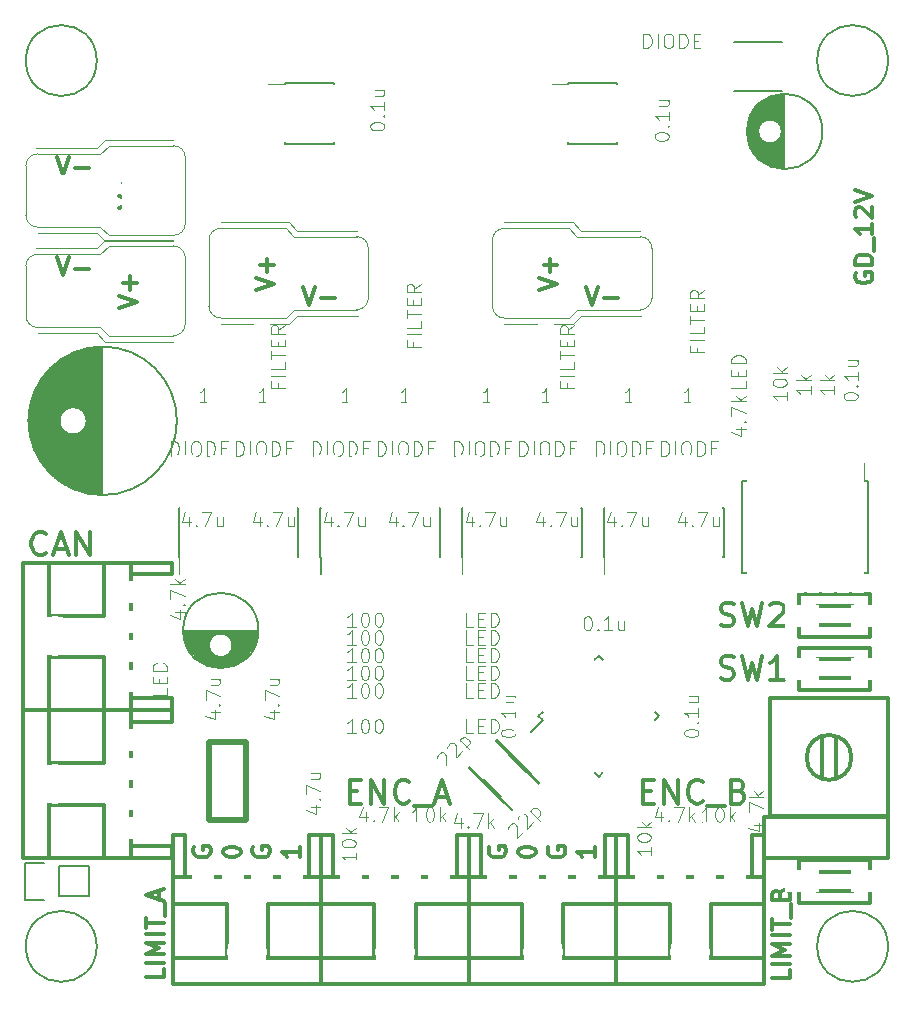
<source format=gbr>
G04 #@! TF.FileFunction,Legend,Top*
%FSLAX46Y46*%
G04 Gerber Fmt 4.6, Leading zero omitted, Abs format (unit mm)*
G04 Created by KiCad (PCBNEW 4.0.6) date 05/01/17 21:21:32*
%MOMM*%
%LPD*%
G01*
G04 APERTURE LIST*
%ADD10C,0.100000*%
%ADD11C,0.200000*%
%ADD12C,0.375000*%
%ADD13C,0.150000*%
%ADD14C,0.300000*%
%ADD15C,0.500000*%
%ADD16C,0.101600*%
%ADD17C,0.304800*%
%ADD18C,1.700000*%
%ADD19R,1.700000X1.700000*%
%ADD20O,1.900000X2.900000*%
%ADD21C,3.400000*%
%ADD22O,2.900000X1.900000*%
%ADD23C,2.100000*%
%ADD24R,2.100000X2.100000*%
%ADD25R,1.000000X1.900000*%
%ADD26R,2.000000X2.200000*%
%ADD27R,2.432000X2.432000*%
%ADD28O,2.432000X2.432000*%
%ADD29R,1.200000X1.400000*%
%ADD30R,1.400000X1.200000*%
%ADD31R,2.200000X2.000000*%
%ADD32R,3.000000X1.900000*%
%ADD33O,1.400000X1.924000*%
%ADD34C,1.924000*%
%ADD35R,3.400000X6.900000*%
%ADD36R,6.851600X3.400000*%
%ADD37R,2.100000X1.600000*%
%ADD38R,2.100000X3.700000*%
%ADD39R,1.950000X1.000000*%
%ADD40R,2.900000X6.900000*%
%ADD41R,2.400000X5.900000*%
%ADD42R,5.900000X2.400000*%
%ADD43R,2.400000X3.900000*%
G04 APERTURE END LIST*
D10*
D11*
X73000000Y-3000000D02*
G75*
G03X73000000Y-3000000I-3000000J0D01*
G01*
X6000000Y-3000000D02*
G75*
G03X6000000Y-3000000I-3000000J0D01*
G01*
D12*
X70250000Y-20999999D02*
X70178571Y-21142856D01*
X70178571Y-21357142D01*
X70250000Y-21571427D01*
X70392857Y-21714285D01*
X70535714Y-21785713D01*
X70821429Y-21857142D01*
X71035714Y-21857142D01*
X71321429Y-21785713D01*
X71464286Y-21714285D01*
X71607143Y-21571427D01*
X71678571Y-21357142D01*
X71678571Y-21214285D01*
X71607143Y-20999999D01*
X71535714Y-20928570D01*
X71035714Y-20928570D01*
X71035714Y-21214285D01*
X71678571Y-20285713D02*
X70178571Y-20285713D01*
X70178571Y-19928570D01*
X70250000Y-19714285D01*
X70392857Y-19571427D01*
X70535714Y-19499999D01*
X70821429Y-19428570D01*
X71035714Y-19428570D01*
X71321429Y-19499999D01*
X71464286Y-19571427D01*
X71607143Y-19714285D01*
X71678571Y-19928570D01*
X71678571Y-20285713D01*
X71821429Y-19142856D02*
X71821429Y-17999999D01*
X71678571Y-16857142D02*
X71678571Y-17714285D01*
X71678571Y-17285713D02*
X70178571Y-17285713D01*
X70392857Y-17428570D01*
X70535714Y-17571428D01*
X70607143Y-17714285D01*
X70321429Y-16285714D02*
X70250000Y-16214285D01*
X70178571Y-16071428D01*
X70178571Y-15714285D01*
X70250000Y-15571428D01*
X70321429Y-15499999D01*
X70464286Y-15428571D01*
X70607143Y-15428571D01*
X70821429Y-15499999D01*
X71678571Y-16357142D01*
X71678571Y-15428571D01*
X70178571Y-15000000D02*
X71678571Y-14500000D01*
X70178571Y-14000000D01*
X58833333Y-50809524D02*
X59119048Y-50904762D01*
X59595238Y-50904762D01*
X59785714Y-50809524D01*
X59880952Y-50714286D01*
X59976191Y-50523810D01*
X59976191Y-50333333D01*
X59880952Y-50142857D01*
X59785714Y-50047619D01*
X59595238Y-49952381D01*
X59214286Y-49857143D01*
X59023810Y-49761905D01*
X58928571Y-49666667D01*
X58833333Y-49476190D01*
X58833333Y-49285714D01*
X58928571Y-49095238D01*
X59023810Y-49000000D01*
X59214286Y-48904762D01*
X59690476Y-48904762D01*
X59976191Y-49000000D01*
X60642857Y-48904762D02*
X61119048Y-50904762D01*
X61500000Y-49476190D01*
X61880953Y-50904762D01*
X62357143Y-48904762D01*
X63023809Y-49095238D02*
X63119047Y-49000000D01*
X63309524Y-48904762D01*
X63785714Y-48904762D01*
X63976190Y-49000000D01*
X64071428Y-49095238D01*
X64166667Y-49285714D01*
X64166667Y-49476190D01*
X64071428Y-49761905D01*
X62928571Y-50904762D01*
X64166667Y-50904762D01*
X58833333Y-55309524D02*
X59119048Y-55404762D01*
X59595238Y-55404762D01*
X59785714Y-55309524D01*
X59880952Y-55214286D01*
X59976191Y-55023810D01*
X59976191Y-54833333D01*
X59880952Y-54642857D01*
X59785714Y-54547619D01*
X59595238Y-54452381D01*
X59214286Y-54357143D01*
X59023810Y-54261905D01*
X58928571Y-54166667D01*
X58833333Y-53976190D01*
X58833333Y-53785714D01*
X58928571Y-53595238D01*
X59023810Y-53500000D01*
X59214286Y-53404762D01*
X59690476Y-53404762D01*
X59976191Y-53500000D01*
X60642857Y-53404762D02*
X61119048Y-55404762D01*
X61500000Y-53976190D01*
X61880953Y-55404762D01*
X62357143Y-53404762D01*
X64166667Y-55404762D02*
X63023809Y-55404762D01*
X63595238Y-55404762D02*
X63595238Y-53404762D01*
X63404762Y-53690476D01*
X63214286Y-53880952D01*
X63023809Y-53976190D01*
X1714286Y-44714286D02*
X1619048Y-44809524D01*
X1333333Y-44904762D01*
X1142857Y-44904762D01*
X857143Y-44809524D01*
X666667Y-44619048D01*
X571428Y-44428571D01*
X476190Y-44047619D01*
X476190Y-43761905D01*
X571428Y-43380952D01*
X666667Y-43190476D01*
X857143Y-43000000D01*
X1142857Y-42904762D01*
X1333333Y-42904762D01*
X1619048Y-43000000D01*
X1714286Y-43095238D01*
X2476190Y-44333333D02*
X3428571Y-44333333D01*
X2285714Y-44904762D02*
X2952381Y-42904762D01*
X3619048Y-44904762D01*
X4285714Y-44904762D02*
X4285714Y-42904762D01*
X5428572Y-44904762D01*
X5428572Y-42904762D01*
X14250000Y-69607143D02*
X14178571Y-69750000D01*
X14178571Y-69964286D01*
X14250000Y-70178571D01*
X14392857Y-70321429D01*
X14535714Y-70392857D01*
X14821429Y-70464286D01*
X15035714Y-70464286D01*
X15321429Y-70392857D01*
X15464286Y-70321429D01*
X15607143Y-70178571D01*
X15678571Y-69964286D01*
X15678571Y-69821429D01*
X15607143Y-69607143D01*
X15535714Y-69535714D01*
X15035714Y-69535714D01*
X15035714Y-69821429D01*
X19250000Y-69607143D02*
X19178571Y-69750000D01*
X19178571Y-69964286D01*
X19250000Y-70178571D01*
X19392857Y-70321429D01*
X19535714Y-70392857D01*
X19821429Y-70464286D01*
X20035714Y-70464286D01*
X20321429Y-70392857D01*
X20464286Y-70321429D01*
X20607143Y-70178571D01*
X20678571Y-69964286D01*
X20678571Y-69821429D01*
X20607143Y-69607143D01*
X20535714Y-69535714D01*
X20035714Y-69535714D01*
X20035714Y-69821429D01*
X39250000Y-69607143D02*
X39178571Y-69750000D01*
X39178571Y-69964286D01*
X39250000Y-70178571D01*
X39392857Y-70321429D01*
X39535714Y-70392857D01*
X39821429Y-70464286D01*
X40035714Y-70464286D01*
X40321429Y-70392857D01*
X40464286Y-70321429D01*
X40607143Y-70178571D01*
X40678571Y-69964286D01*
X40678571Y-69821429D01*
X40607143Y-69607143D01*
X40535714Y-69535714D01*
X40035714Y-69535714D01*
X40035714Y-69821429D01*
X44250000Y-69607143D02*
X44178571Y-69750000D01*
X44178571Y-69964286D01*
X44250000Y-70178571D01*
X44392857Y-70321429D01*
X44535714Y-70392857D01*
X44821429Y-70464286D01*
X45035714Y-70464286D01*
X45321429Y-70392857D01*
X45464286Y-70321429D01*
X45607143Y-70178571D01*
X45678571Y-69964286D01*
X45678571Y-69821429D01*
X45607143Y-69607143D01*
X45535714Y-69535714D01*
X45035714Y-69535714D01*
X45035714Y-69821429D01*
X48178571Y-69571428D02*
X48178571Y-70428571D01*
X48178571Y-69999999D02*
X46678571Y-69999999D01*
X46892857Y-70142856D01*
X47035714Y-70285714D01*
X47107143Y-70428571D01*
X41678571Y-70071428D02*
X41678571Y-69928571D01*
X41750000Y-69785714D01*
X41821429Y-69714285D01*
X41964286Y-69642856D01*
X42250000Y-69571428D01*
X42607143Y-69571428D01*
X42892857Y-69642856D01*
X43035714Y-69714285D01*
X43107143Y-69785714D01*
X43178571Y-69928571D01*
X43178571Y-70071428D01*
X43107143Y-70214285D01*
X43035714Y-70285714D01*
X42892857Y-70357142D01*
X42607143Y-70428571D01*
X42250000Y-70428571D01*
X41964286Y-70357142D01*
X41821429Y-70285714D01*
X41750000Y-70214285D01*
X41678571Y-70071428D01*
X16678571Y-70071428D02*
X16678571Y-69928571D01*
X16750000Y-69785714D01*
X16821429Y-69714285D01*
X16964286Y-69642856D01*
X17250000Y-69571428D01*
X17607143Y-69571428D01*
X17892857Y-69642856D01*
X18035714Y-69714285D01*
X18107143Y-69785714D01*
X18178571Y-69928571D01*
X18178571Y-70071428D01*
X18107143Y-70214285D01*
X18035714Y-70285714D01*
X17892857Y-70357142D01*
X17607143Y-70428571D01*
X17250000Y-70428571D01*
X16964286Y-70357142D01*
X16821429Y-70285714D01*
X16750000Y-70214285D01*
X16678571Y-70071428D01*
X23178571Y-69571428D02*
X23178571Y-70428571D01*
X23178571Y-69999999D02*
X21678571Y-69999999D01*
X21892857Y-70142856D01*
X22035714Y-70285714D01*
X22107143Y-70428571D01*
X64678571Y-80000000D02*
X64678571Y-80714286D01*
X63178571Y-80714286D01*
X64678571Y-79500000D02*
X63178571Y-79500000D01*
X64678571Y-78785714D02*
X63178571Y-78785714D01*
X64250000Y-78285714D01*
X63178571Y-77785714D01*
X64678571Y-77785714D01*
X64678571Y-77071428D02*
X63178571Y-77071428D01*
X63178571Y-76571428D02*
X63178571Y-75714285D01*
X64678571Y-76142856D02*
X63178571Y-76142856D01*
X64821429Y-75571428D02*
X64821429Y-74428571D01*
X63892857Y-73571428D02*
X63964286Y-73357142D01*
X64035714Y-73285714D01*
X64178571Y-73214285D01*
X64392857Y-73214285D01*
X64535714Y-73285714D01*
X64607143Y-73357142D01*
X64678571Y-73500000D01*
X64678571Y-74071428D01*
X63178571Y-74071428D01*
X63178571Y-73571428D01*
X63250000Y-73428571D01*
X63321429Y-73357142D01*
X63464286Y-73285714D01*
X63607143Y-73285714D01*
X63750000Y-73357142D01*
X63821429Y-73428571D01*
X63892857Y-73571428D01*
X63892857Y-74071428D01*
X11678571Y-79892857D02*
X11678571Y-80607143D01*
X10178571Y-80607143D01*
X11678571Y-79392857D02*
X10178571Y-79392857D01*
X11678571Y-78678571D02*
X10178571Y-78678571D01*
X11250000Y-78178571D01*
X10178571Y-77678571D01*
X11678571Y-77678571D01*
X11678571Y-76964285D02*
X10178571Y-76964285D01*
X10178571Y-76464285D02*
X10178571Y-75607142D01*
X11678571Y-76035713D02*
X10178571Y-76035713D01*
X11821429Y-75464285D02*
X11821429Y-74321428D01*
X11250000Y-74035714D02*
X11250000Y-73321428D01*
X11678571Y-74178571D02*
X10178571Y-73678571D01*
X11678571Y-73178571D01*
X52261904Y-64857143D02*
X52928571Y-64857143D01*
X53214285Y-65904762D02*
X52261904Y-65904762D01*
X52261904Y-63904762D01*
X53214285Y-63904762D01*
X54071428Y-65904762D02*
X54071428Y-63904762D01*
X55214286Y-65904762D01*
X55214286Y-63904762D01*
X57309524Y-65714286D02*
X57214286Y-65809524D01*
X56928571Y-65904762D01*
X56738095Y-65904762D01*
X56452381Y-65809524D01*
X56261905Y-65619048D01*
X56166666Y-65428571D01*
X56071428Y-65047619D01*
X56071428Y-64761905D01*
X56166666Y-64380952D01*
X56261905Y-64190476D01*
X56452381Y-64000000D01*
X56738095Y-63904762D01*
X56928571Y-63904762D01*
X57214286Y-64000000D01*
X57309524Y-64095238D01*
X57690476Y-66095238D02*
X59214286Y-66095238D01*
X60357143Y-64857143D02*
X60642857Y-64952381D01*
X60738096Y-65047619D01*
X60833334Y-65238095D01*
X60833334Y-65523810D01*
X60738096Y-65714286D01*
X60642857Y-65809524D01*
X60452381Y-65904762D01*
X59690476Y-65904762D01*
X59690476Y-63904762D01*
X60357143Y-63904762D01*
X60547619Y-64000000D01*
X60642857Y-64095238D01*
X60738096Y-64285714D01*
X60738096Y-64476190D01*
X60642857Y-64666667D01*
X60547619Y-64761905D01*
X60357143Y-64857143D01*
X59690476Y-64857143D01*
X27404761Y-64857143D02*
X28071428Y-64857143D01*
X28357142Y-65904762D02*
X27404761Y-65904762D01*
X27404761Y-63904762D01*
X28357142Y-63904762D01*
X29214285Y-65904762D02*
X29214285Y-63904762D01*
X30357143Y-65904762D01*
X30357143Y-63904762D01*
X32452381Y-65714286D02*
X32357143Y-65809524D01*
X32071428Y-65904762D01*
X31880952Y-65904762D01*
X31595238Y-65809524D01*
X31404762Y-65619048D01*
X31309523Y-65428571D01*
X31214285Y-65047619D01*
X31214285Y-64761905D01*
X31309523Y-64380952D01*
X31404762Y-64190476D01*
X31595238Y-64000000D01*
X31880952Y-63904762D01*
X32071428Y-63904762D01*
X32357143Y-64000000D01*
X32452381Y-64095238D01*
X32833333Y-66095238D02*
X34357143Y-66095238D01*
X34738095Y-65333333D02*
X35690476Y-65333333D01*
X34547619Y-65904762D02*
X35214286Y-63904762D01*
X35880953Y-65904762D01*
D11*
X6000000Y-78000000D02*
G75*
G03X6000000Y-78000000I-3000000J0D01*
G01*
X73000000Y-78000000D02*
G75*
G03X73000000Y-78000000I-3000000J0D01*
G01*
D13*
X64175000Y-12149000D02*
X64175000Y-5851000D01*
X64035000Y-12143000D02*
X64035000Y-5857000D01*
X63895000Y-12130000D02*
X63895000Y-9446000D01*
X63895000Y-8554000D02*
X63895000Y-5870000D01*
X63755000Y-12111000D02*
X63755000Y-9656000D01*
X63755000Y-8344000D02*
X63755000Y-5889000D01*
X63615000Y-12085000D02*
X63615000Y-9789000D01*
X63615000Y-8211000D02*
X63615000Y-5915000D01*
X63475000Y-12053000D02*
X63475000Y-9880000D01*
X63475000Y-8120000D02*
X63475000Y-5947000D01*
X63335000Y-12014000D02*
X63335000Y-9942000D01*
X63335000Y-8058000D02*
X63335000Y-5986000D01*
X63195000Y-11968000D02*
X63195000Y-9981000D01*
X63195000Y-8019000D02*
X63195000Y-6032000D01*
X63055000Y-11915000D02*
X63055000Y-9998000D01*
X63055000Y-8002000D02*
X63055000Y-6085000D01*
X62915000Y-11853000D02*
X62915000Y-9996000D01*
X62915000Y-8004000D02*
X62915000Y-6147000D01*
X62775000Y-11783000D02*
X62775000Y-9974000D01*
X62775000Y-8026000D02*
X62775000Y-6217000D01*
X62635000Y-11704000D02*
X62635000Y-9931000D01*
X62635000Y-8069000D02*
X62635000Y-6296000D01*
X62495000Y-11616000D02*
X62495000Y-9863000D01*
X62495000Y-8137000D02*
X62495000Y-6384000D01*
X62355000Y-11516000D02*
X62355000Y-9764000D01*
X62355000Y-8236000D02*
X62355000Y-6484000D01*
X62215000Y-11404000D02*
X62215000Y-9619000D01*
X62215000Y-8381000D02*
X62215000Y-6596000D01*
X62075000Y-11279000D02*
X62075000Y-9380000D01*
X62075000Y-8620000D02*
X62075000Y-6721000D01*
X61935000Y-11136000D02*
X61935000Y-6864000D01*
X61795000Y-10974000D02*
X61795000Y-7026000D01*
X61655000Y-10786000D02*
X61655000Y-7214000D01*
X61515000Y-10563000D02*
X61515000Y-7437000D01*
X61375000Y-10287000D02*
X61375000Y-7713000D01*
X61235000Y-9912000D02*
X61235000Y-8088000D01*
X64000000Y-9000000D02*
G75*
G03X64000000Y-9000000I-1000000J0D01*
G01*
X67437500Y-9000000D02*
G75*
G03X67437500Y-9000000I-3187500J0D01*
G01*
D14*
X62500000Y-81200000D02*
X50000000Y-81200000D01*
X62500000Y-68600000D02*
X62500000Y-81200000D01*
X61500000Y-72100000D02*
X61500000Y-68600000D01*
X61500000Y-68600000D02*
X62500000Y-68600000D01*
X50000000Y-72100000D02*
X62500000Y-72100000D01*
X58000000Y-74400000D02*
X58000000Y-79000000D01*
X58000000Y-74400000D02*
X62500000Y-74400000D01*
X54500000Y-79000000D02*
X54500000Y-74400000D01*
X54500000Y-74400000D02*
X50000000Y-74400000D01*
X50000000Y-79000000D02*
X62500000Y-79000000D01*
X50000000Y-68600000D02*
X50000000Y-81200000D01*
X50000000Y-68600000D02*
X51000000Y-68600000D01*
X51000000Y-68600000D02*
X51000000Y-72100000D01*
X25000000Y-81200000D02*
X12500000Y-81200000D01*
X25000000Y-68600000D02*
X25000000Y-81200000D01*
X24000000Y-72100000D02*
X24000000Y-68600000D01*
X24000000Y-68600000D02*
X25000000Y-68600000D01*
X12500000Y-72100000D02*
X25000000Y-72100000D01*
X20500000Y-74400000D02*
X20500000Y-79000000D01*
X20500000Y-74400000D02*
X25000000Y-74400000D01*
X17000000Y-79000000D02*
X17000000Y-74400000D01*
X17000000Y-74400000D02*
X12500000Y-74400000D01*
X12500000Y-79000000D02*
X25000000Y-79000000D01*
X12500000Y-68600000D02*
X12500000Y-81200000D01*
X12500000Y-68600000D02*
X13500000Y-68600000D01*
X13500000Y-68600000D02*
X13500000Y-72100000D01*
X-200000Y-70500000D02*
X-200000Y-58000000D01*
X12400000Y-70500000D02*
X-200000Y-70500000D01*
X8900000Y-69500000D02*
X12400000Y-69500000D01*
X12400000Y-69500000D02*
X12400000Y-70500000D01*
X8900000Y-58000000D02*
X8900000Y-70500000D01*
X6600000Y-66000000D02*
X2000000Y-66000000D01*
X6600000Y-66000000D02*
X6600000Y-70500000D01*
X2000000Y-62500000D02*
X6600000Y-62500000D01*
X6600000Y-62500000D02*
X6600000Y-58000000D01*
X2000000Y-58000000D02*
X2000000Y-70500000D01*
X12400000Y-58000000D02*
X-200000Y-58000000D01*
X12400000Y-58000000D02*
X12400000Y-59000000D01*
X12400000Y-59000000D02*
X8900000Y-59000000D01*
D13*
X6425000Y-39750000D02*
X6425000Y-27250000D01*
X6285000Y-39746000D02*
X6285000Y-27254000D01*
X6145000Y-39740000D02*
X6145000Y-27260000D01*
X6005000Y-39730000D02*
X6005000Y-27270000D01*
X5865000Y-39718000D02*
X5865000Y-27282000D01*
X5725000Y-39702000D02*
X5725000Y-27298000D01*
X5585000Y-39683000D02*
X5585000Y-27317000D01*
X5445000Y-39660000D02*
X5445000Y-27340000D01*
X5305000Y-39635000D02*
X5305000Y-27365000D01*
X5165000Y-39606000D02*
X5165000Y-27394000D01*
X5025000Y-39573000D02*
X5025000Y-34021000D01*
X5025000Y-32979000D02*
X5025000Y-27427000D01*
X4885000Y-39538000D02*
X4885000Y-34234000D01*
X4885000Y-32766000D02*
X4885000Y-27462000D01*
X4745000Y-39499000D02*
X4745000Y-34376000D01*
X4745000Y-32624000D02*
X4745000Y-27501000D01*
X4605000Y-39456000D02*
X4605000Y-34478000D01*
X4605000Y-32522000D02*
X4605000Y-27544000D01*
X4465000Y-39409000D02*
X4465000Y-34552000D01*
X4465000Y-32448000D02*
X4465000Y-27591000D01*
X4325000Y-39359000D02*
X4325000Y-34603000D01*
X4325000Y-32397000D02*
X4325000Y-27641000D01*
X4185000Y-39305000D02*
X4185000Y-34635000D01*
X4185000Y-32365000D02*
X4185000Y-27695000D01*
X4045000Y-39248000D02*
X4045000Y-34649000D01*
X4045000Y-32351000D02*
X4045000Y-27752000D01*
X3905000Y-39186000D02*
X3905000Y-34646000D01*
X3905000Y-32354000D02*
X3905000Y-27814000D01*
X3765000Y-39120000D02*
X3765000Y-34626000D01*
X3765000Y-32374000D02*
X3765000Y-27880000D01*
X3625000Y-39049000D02*
X3625000Y-34587000D01*
X3625000Y-32413000D02*
X3625000Y-27951000D01*
X3485000Y-38975000D02*
X3485000Y-34528000D01*
X3485000Y-32472000D02*
X3485000Y-28025000D01*
X3345000Y-38895000D02*
X3345000Y-34445000D01*
X3345000Y-32555000D02*
X3345000Y-28105000D01*
X3205000Y-38811000D02*
X3205000Y-34331000D01*
X3205000Y-32669000D02*
X3205000Y-28189000D01*
X3065000Y-38721000D02*
X3065000Y-34170000D01*
X3065000Y-32830000D02*
X3065000Y-28279000D01*
X2925000Y-38627000D02*
X2925000Y-33909000D01*
X2925000Y-33091000D02*
X2925000Y-28373000D01*
X2785000Y-38526000D02*
X2785000Y-28474000D01*
X2645000Y-38419000D02*
X2645000Y-28581000D01*
X2505000Y-38307000D02*
X2505000Y-28693000D01*
X2365000Y-38187000D02*
X2365000Y-28813000D01*
X2225000Y-38059000D02*
X2225000Y-28941000D01*
X2085000Y-37924000D02*
X2085000Y-29076000D01*
X1945000Y-37780000D02*
X1945000Y-29220000D01*
X1805000Y-37625000D02*
X1805000Y-29375000D01*
X1665000Y-37460000D02*
X1665000Y-29540000D01*
X1525000Y-37283000D02*
X1525000Y-29717000D01*
X1385000Y-37092000D02*
X1385000Y-29908000D01*
X1245000Y-36883000D02*
X1245000Y-30117000D01*
X1105000Y-36655000D02*
X1105000Y-30345000D01*
X965000Y-36403000D02*
X965000Y-30597000D01*
X825000Y-36119000D02*
X825000Y-30881000D01*
X685000Y-35791000D02*
X685000Y-31209000D01*
X545000Y-35397000D02*
X545000Y-31603000D01*
X405000Y-34883000D02*
X405000Y-32117000D01*
X265000Y-33933000D02*
X265000Y-33067000D01*
X5150000Y-33500000D02*
G75*
G03X5150000Y-33500000I-1150000J0D01*
G01*
X12787500Y-33500000D02*
G75*
G03X12787500Y-33500000I-6287500J0D01*
G01*
X24925000Y-45075000D02*
X25030000Y-45075000D01*
X24925000Y-40925000D02*
X25030000Y-40925000D01*
X35075000Y-40925000D02*
X34970000Y-40925000D01*
X35075000Y-45075000D02*
X34970000Y-45075000D01*
X24925000Y-45075000D02*
X24925000Y-40925000D01*
X35075000Y-45075000D02*
X35075000Y-40925000D01*
X25030000Y-45075000D02*
X25030000Y-46450000D01*
X43373476Y-58500000D02*
X43744707Y-58871231D01*
X48500000Y-53373476D02*
X48871231Y-53744707D01*
X53626524Y-58500000D02*
X53255293Y-58128769D01*
X48500000Y-63626524D02*
X48128769Y-63255293D01*
X43373476Y-58500000D02*
X43744707Y-58128769D01*
X48500000Y-63626524D02*
X48871231Y-63255293D01*
X53626524Y-58500000D02*
X53255293Y-58871231D01*
X48500000Y-53373476D02*
X48128769Y-53744707D01*
X43744707Y-58871231D02*
X42772435Y-59843503D01*
X19649000Y-51325000D02*
X13351000Y-51325000D01*
X19643000Y-51465000D02*
X13357000Y-51465000D01*
X19630000Y-51605000D02*
X16946000Y-51605000D01*
X16054000Y-51605000D02*
X13370000Y-51605000D01*
X19611000Y-51745000D02*
X17156000Y-51745000D01*
X15844000Y-51745000D02*
X13389000Y-51745000D01*
X19585000Y-51885000D02*
X17289000Y-51885000D01*
X15711000Y-51885000D02*
X13415000Y-51885000D01*
X19553000Y-52025000D02*
X17380000Y-52025000D01*
X15620000Y-52025000D02*
X13447000Y-52025000D01*
X19514000Y-52165000D02*
X17442000Y-52165000D01*
X15558000Y-52165000D02*
X13486000Y-52165000D01*
X19468000Y-52305000D02*
X17481000Y-52305000D01*
X15519000Y-52305000D02*
X13532000Y-52305000D01*
X19415000Y-52445000D02*
X17498000Y-52445000D01*
X15502000Y-52445000D02*
X13585000Y-52445000D01*
X19353000Y-52585000D02*
X17496000Y-52585000D01*
X15504000Y-52585000D02*
X13647000Y-52585000D01*
X19283000Y-52725000D02*
X17474000Y-52725000D01*
X15526000Y-52725000D02*
X13717000Y-52725000D01*
X19204000Y-52865000D02*
X17431000Y-52865000D01*
X15569000Y-52865000D02*
X13796000Y-52865000D01*
X19116000Y-53005000D02*
X17363000Y-53005000D01*
X15637000Y-53005000D02*
X13884000Y-53005000D01*
X19016000Y-53145000D02*
X17264000Y-53145000D01*
X15736000Y-53145000D02*
X13984000Y-53145000D01*
X18904000Y-53285000D02*
X17119000Y-53285000D01*
X15881000Y-53285000D02*
X14096000Y-53285000D01*
X18779000Y-53425000D02*
X16880000Y-53425000D01*
X16120000Y-53425000D02*
X14221000Y-53425000D01*
X18636000Y-53565000D02*
X14364000Y-53565000D01*
X18474000Y-53705000D02*
X14526000Y-53705000D01*
X18286000Y-53845000D02*
X14714000Y-53845000D01*
X18063000Y-53985000D02*
X14937000Y-53985000D01*
X17787000Y-54125000D02*
X15213000Y-54125000D01*
X17412000Y-54265000D02*
X15588000Y-54265000D01*
X17500000Y-52500000D02*
G75*
G03X17500000Y-52500000I-1000000J0D01*
G01*
X19687500Y-51250000D02*
G75*
G03X19687500Y-51250000I-3187500J0D01*
G01*
X2770000Y-71230000D02*
X5310000Y-71230000D01*
X-50000Y-70950000D02*
X1500000Y-70950000D01*
X2770000Y-71230000D02*
X2770000Y-73770000D01*
X1500000Y-74050000D02*
X-50000Y-74050000D01*
X-50000Y-74050000D02*
X-50000Y-70950000D01*
X2770000Y-73770000D02*
X5310000Y-73770000D01*
X5310000Y-73770000D02*
X5310000Y-71230000D01*
X12925000Y-45075000D02*
X13030000Y-45075000D01*
X12925000Y-40925000D02*
X13030000Y-40925000D01*
X23075000Y-40925000D02*
X22970000Y-40925000D01*
X23075000Y-45075000D02*
X22970000Y-45075000D01*
X12925000Y-45075000D02*
X12925000Y-40925000D01*
X23075000Y-45075000D02*
X23075000Y-40925000D01*
X13030000Y-45075000D02*
X13030000Y-46450000D01*
X48925000Y-45075000D02*
X49030000Y-45075000D01*
X48925000Y-40925000D02*
X49030000Y-40925000D01*
X59075000Y-40925000D02*
X58970000Y-40925000D01*
X59075000Y-45075000D02*
X58970000Y-45075000D01*
X48925000Y-45075000D02*
X48925000Y-40925000D01*
X59075000Y-45075000D02*
X59075000Y-40925000D01*
X49030000Y-45075000D02*
X49030000Y-46450000D01*
X36925000Y-45075000D02*
X37030000Y-45075000D01*
X36925000Y-40925000D02*
X37030000Y-40925000D01*
X47075000Y-40925000D02*
X46970000Y-40925000D01*
X47075000Y-45075000D02*
X46970000Y-45075000D01*
X36925000Y-45075000D02*
X36925000Y-40925000D01*
X47075000Y-45075000D02*
X47075000Y-40925000D01*
X37030000Y-45075000D02*
X37030000Y-46450000D01*
D14*
X70000000Y-71700000D02*
X67000000Y-71700000D01*
X67000000Y-71700000D02*
X67000000Y-73300000D01*
X67000000Y-73300000D02*
X70000000Y-73300000D01*
X70000000Y-73300000D02*
X70000000Y-71700000D01*
X71500000Y-70700000D02*
X65500000Y-70700000D01*
X65500000Y-70700000D02*
X65500000Y-74300000D01*
X65500000Y-74300000D02*
X71500000Y-74300000D01*
X71500000Y-74300000D02*
X71500000Y-70700000D01*
X70000000Y-53700000D02*
X67000000Y-53700000D01*
X67000000Y-53700000D02*
X67000000Y-55300000D01*
X67000000Y-55300000D02*
X70000000Y-55300000D01*
X70000000Y-55300000D02*
X70000000Y-53700000D01*
X71500000Y-52700000D02*
X65500000Y-52700000D01*
X65500000Y-52700000D02*
X65500000Y-56300000D01*
X65500000Y-56300000D02*
X71500000Y-56300000D01*
X71500000Y-56300000D02*
X71500000Y-52700000D01*
X70000000Y-49200000D02*
X67000000Y-49200000D01*
X67000000Y-49200000D02*
X67000000Y-50800000D01*
X67000000Y-50800000D02*
X70000000Y-50800000D01*
X70000000Y-50800000D02*
X70000000Y-49200000D01*
X71500000Y-48200000D02*
X65500000Y-48200000D01*
X65500000Y-48200000D02*
X65500000Y-51800000D01*
X65500000Y-51800000D02*
X71500000Y-51800000D01*
X71500000Y-51800000D02*
X71500000Y-48200000D01*
X73000000Y-70550000D02*
X62500000Y-70550000D01*
X62500000Y-70550000D02*
X62500000Y-67050000D01*
X62500000Y-67050000D02*
X73000000Y-67050000D01*
X73000000Y-67050000D02*
X73000000Y-70550000D01*
X69900000Y-62000000D02*
G75*
G03X69900000Y-62000000I-1900000J0D01*
G01*
X68600000Y-63800000D02*
X68600000Y-60300000D01*
X67400000Y-63800000D02*
X67400000Y-60200000D01*
X63000000Y-67000000D02*
X63000000Y-57000000D01*
X63000000Y-57000000D02*
X73000000Y-57000000D01*
X73000000Y-57000000D02*
X73000000Y-67000000D01*
X73000000Y-67000000D02*
X63000000Y-67000000D01*
X37600862Y-62863604D02*
X41136396Y-66399138D01*
X39863604Y-60600862D02*
X43399138Y-64136396D01*
X-200000Y-58000000D02*
X-200000Y-45500000D01*
X12400000Y-58000000D02*
X-200000Y-58000000D01*
X8900000Y-57000000D02*
X12400000Y-57000000D01*
X12400000Y-57000000D02*
X12400000Y-58000000D01*
X8900000Y-45500000D02*
X8900000Y-58000000D01*
X6600000Y-53500000D02*
X2000000Y-53500000D01*
X6600000Y-53500000D02*
X6600000Y-58000000D01*
X2000000Y-50000000D02*
X6600000Y-50000000D01*
X6600000Y-50000000D02*
X6600000Y-45500000D01*
X2000000Y-45500000D02*
X2000000Y-58000000D01*
X12400000Y-45500000D02*
X-200000Y-45500000D01*
X12400000Y-45500000D02*
X12400000Y-46500000D01*
X12400000Y-46500000D02*
X8900000Y-46500000D01*
D10*
X12500000Y-18300000D02*
X6700000Y-18300000D01*
X1000000Y-17600000D02*
X6000000Y-17600000D01*
X900000Y-10400000D02*
X6000000Y-10400000D01*
X12500000Y-9700000D02*
X6700000Y-9700000D01*
X12500000Y-10200000D02*
X7000000Y-10200000D01*
X13500000Y-16800000D02*
X13500000Y-11200000D01*
X7000000Y-17800000D02*
X12500000Y-17800000D01*
X1000000Y-17100000D02*
X6300000Y-17100000D01*
X1000000Y-10900000D02*
X6300000Y-10900000D01*
X0Y-16100000D02*
X0Y-11900000D01*
X0Y-16100000D02*
G75*
G03X1000000Y-17100000I1000000J0D01*
G01*
X1000000Y-10900000D02*
G75*
G03X0Y-11900000I0J-1000000D01*
G01*
X12500000Y-17800000D02*
G75*
G03X13500000Y-16800000I0J1000000D01*
G01*
X13500000Y-11200000D02*
G75*
G03X12500000Y-10200000I-1000000J0D01*
G01*
X6700000Y-9700000D02*
X6000000Y-10400000D01*
X6700000Y-18300000D02*
X6000000Y-17600000D01*
X7000000Y-17800000D02*
X6300000Y-17100000D01*
X7000000Y-10200000D02*
X6300000Y-10900000D01*
D15*
X15500000Y-60700000D02*
X18600000Y-60700000D01*
X15500000Y-67300000D02*
X18600000Y-67300000D01*
X18600000Y-67300000D02*
X18600000Y-60700000D01*
X15500000Y-67300000D02*
X15500000Y-60700000D01*
D14*
X37500000Y-81200000D02*
X25000000Y-81200000D01*
X37500000Y-68600000D02*
X37500000Y-81200000D01*
X36500000Y-72100000D02*
X36500000Y-68600000D01*
X36500000Y-68600000D02*
X37500000Y-68600000D01*
X25000000Y-72100000D02*
X37500000Y-72100000D01*
X33000000Y-74400000D02*
X33000000Y-79000000D01*
X33000000Y-74400000D02*
X37500000Y-74400000D01*
X29500000Y-79000000D02*
X29500000Y-74400000D01*
X29500000Y-74400000D02*
X25000000Y-74400000D01*
X25000000Y-79000000D02*
X37500000Y-79000000D01*
X25000000Y-68600000D02*
X25000000Y-81200000D01*
X25000000Y-68600000D02*
X26000000Y-68600000D01*
X26000000Y-68600000D02*
X26000000Y-72100000D01*
D13*
X71325000Y-38625000D02*
X70970000Y-38625000D01*
X71325000Y-46375000D02*
X70970000Y-46375000D01*
X60675000Y-46375000D02*
X61030000Y-46375000D01*
X60675000Y-38625000D02*
X61030000Y-38625000D01*
X71325000Y-38625000D02*
X71325000Y-46375000D01*
X60675000Y-38625000D02*
X60675000Y-46375000D01*
X70970000Y-38625000D02*
X70970000Y-37100000D01*
X45925000Y-4925000D02*
X45925000Y-5070000D01*
X50075000Y-4925000D02*
X50075000Y-5070000D01*
X50075000Y-10075000D02*
X50075000Y-9930000D01*
X45925000Y-10075000D02*
X45925000Y-9930000D01*
X45925000Y-4925000D02*
X50075000Y-4925000D01*
X45925000Y-10075000D02*
X50075000Y-10075000D01*
X45925000Y-5070000D02*
X44525000Y-5070000D01*
X21925000Y-4925000D02*
X21925000Y-5070000D01*
X26075000Y-4925000D02*
X26075000Y-5070000D01*
X26075000Y-10075000D02*
X26075000Y-9930000D01*
X21925000Y-10075000D02*
X21925000Y-9930000D01*
X21925000Y-4925000D02*
X26075000Y-4925000D01*
X21925000Y-10075000D02*
X26075000Y-10075000D01*
X21925000Y-5070000D02*
X20525000Y-5070000D01*
D14*
X50000000Y-81200000D02*
X37500000Y-81200000D01*
X50000000Y-68600000D02*
X50000000Y-81200000D01*
X49000000Y-72100000D02*
X49000000Y-68600000D01*
X49000000Y-68600000D02*
X50000000Y-68600000D01*
X37500000Y-72100000D02*
X50000000Y-72100000D01*
X45500000Y-74400000D02*
X45500000Y-79000000D01*
X45500000Y-74400000D02*
X50000000Y-74400000D01*
X42000000Y-79000000D02*
X42000000Y-74400000D01*
X42000000Y-74400000D02*
X37500000Y-74400000D01*
X37500000Y-79000000D02*
X50000000Y-79000000D01*
X37500000Y-68600000D02*
X37500000Y-81200000D01*
X37500000Y-68600000D02*
X38500000Y-68600000D01*
X38500000Y-68600000D02*
X38500000Y-72100000D01*
D10*
X12500000Y-26800000D02*
X6700000Y-26800000D01*
X1000000Y-26100000D02*
X6000000Y-26100000D01*
X900000Y-18900000D02*
X6000000Y-18900000D01*
X12500000Y-18200000D02*
X6700000Y-18200000D01*
X12500000Y-18700000D02*
X7000000Y-18700000D01*
X13500000Y-25300000D02*
X13500000Y-19700000D01*
X7000000Y-26300000D02*
X12500000Y-26300000D01*
X1000000Y-25600000D02*
X6300000Y-25600000D01*
X1000000Y-19400000D02*
X6300000Y-19400000D01*
X0Y-24600000D02*
X0Y-20400000D01*
X0Y-24600000D02*
G75*
G03X1000000Y-25600000I1000000J0D01*
G01*
X1000000Y-19400000D02*
G75*
G03X0Y-20400000I0J-1000000D01*
G01*
X12500000Y-26300000D02*
G75*
G03X13500000Y-25300000I0J1000000D01*
G01*
X13500000Y-19700000D02*
G75*
G03X12500000Y-18700000I-1000000J0D01*
G01*
X6700000Y-18200000D02*
X6000000Y-18900000D01*
X6700000Y-26800000D02*
X6000000Y-26100000D01*
X7000000Y-26300000D02*
X6300000Y-25600000D01*
X7000000Y-18700000D02*
X6300000Y-19400000D01*
X40500000Y-16700000D02*
X46300000Y-16700000D01*
X52000000Y-17400000D02*
X47000000Y-17400000D01*
X52100000Y-24600000D02*
X47000000Y-24600000D01*
X40500000Y-25300000D02*
X46300000Y-25300000D01*
X40500000Y-24800000D02*
X46000000Y-24800000D01*
X39500000Y-18200000D02*
X39500000Y-23800000D01*
X46000000Y-17200000D02*
X40500000Y-17200000D01*
X52000000Y-17900000D02*
X46700000Y-17900000D01*
X52000000Y-24100000D02*
X46700000Y-24100000D01*
X53000000Y-18900000D02*
X53000000Y-23100000D01*
X53000000Y-18900000D02*
G75*
G03X52000000Y-17900000I-1000000J0D01*
G01*
X52000000Y-24100000D02*
G75*
G03X53000000Y-23100000I0J1000000D01*
G01*
X40500000Y-17200000D02*
G75*
G03X39500000Y-18200000I0J-1000000D01*
G01*
X39500000Y-23800000D02*
G75*
G03X40500000Y-24800000I1000000J0D01*
G01*
X46300000Y-25300000D02*
X47000000Y-24600000D01*
X46300000Y-16700000D02*
X47000000Y-17400000D01*
X46000000Y-17200000D02*
X46700000Y-17900000D01*
X46000000Y-24800000D02*
X46700000Y-24100000D01*
X16500000Y-16700000D02*
X22300000Y-16700000D01*
X28000000Y-17400000D02*
X23000000Y-17400000D01*
X28100000Y-24600000D02*
X23000000Y-24600000D01*
X16500000Y-25300000D02*
X22300000Y-25300000D01*
X16500000Y-24800000D02*
X22000000Y-24800000D01*
X15500000Y-18200000D02*
X15500000Y-23800000D01*
X22000000Y-17200000D02*
X16500000Y-17200000D01*
X28000000Y-17900000D02*
X22700000Y-17900000D01*
X28000000Y-24100000D02*
X22700000Y-24100000D01*
X29000000Y-18900000D02*
X29000000Y-23100000D01*
X29000000Y-18900000D02*
G75*
G03X28000000Y-17900000I-1000000J0D01*
G01*
X28000000Y-24100000D02*
G75*
G03X29000000Y-23100000I0J1000000D01*
G01*
X16500000Y-17200000D02*
G75*
G03X15500000Y-18200000I0J-1000000D01*
G01*
X15500000Y-23800000D02*
G75*
G03X16500000Y-24800000I1000000J0D01*
G01*
X22300000Y-25300000D02*
X23000000Y-24600000D01*
X22300000Y-16700000D02*
X23000000Y-17400000D01*
X22000000Y-17200000D02*
X22700000Y-17900000D01*
X22000000Y-24800000D02*
X22700000Y-24100000D01*
D13*
X64032000Y-1460000D02*
X59968000Y-1460000D01*
X64032000Y-5540000D02*
X59968000Y-5540000D01*
D16*
X25804333Y-41638214D02*
X25804333Y-42442548D01*
X25517071Y-41178595D02*
X25229810Y-42040381D01*
X25976690Y-42040381D01*
X26436310Y-42327643D02*
X26493762Y-42385095D01*
X26436310Y-42442548D01*
X26378858Y-42385095D01*
X26436310Y-42327643D01*
X26436310Y-42442548D01*
X26895929Y-41236048D02*
X27700262Y-41236048D01*
X27183191Y-42442548D01*
X28676953Y-41638214D02*
X28676953Y-42442548D01*
X28159882Y-41638214D02*
X28159882Y-42270190D01*
X28217334Y-42385095D01*
X28332239Y-42442548D01*
X28504596Y-42442548D01*
X28619501Y-42385095D01*
X28676953Y-42327643D01*
X31304333Y-41638214D02*
X31304333Y-42442548D01*
X31017071Y-41178595D02*
X30729810Y-42040381D01*
X31476690Y-42040381D01*
X31936310Y-42327643D02*
X31993762Y-42385095D01*
X31936310Y-42442548D01*
X31878858Y-42385095D01*
X31936310Y-42327643D01*
X31936310Y-42442548D01*
X32395929Y-41236048D02*
X33200262Y-41236048D01*
X32683191Y-42442548D01*
X34176953Y-41638214D02*
X34176953Y-42442548D01*
X33659882Y-41638214D02*
X33659882Y-42270190D01*
X33717334Y-42385095D01*
X33832239Y-42442548D01*
X34004596Y-42442548D01*
X34119501Y-42385095D01*
X34176953Y-42327643D01*
X13804333Y-41638214D02*
X13804333Y-42442548D01*
X13517071Y-41178595D02*
X13229810Y-42040381D01*
X13976690Y-42040381D01*
X14436310Y-42327643D02*
X14493762Y-42385095D01*
X14436310Y-42442548D01*
X14378858Y-42385095D01*
X14436310Y-42327643D01*
X14436310Y-42442548D01*
X14895929Y-41236048D02*
X15700262Y-41236048D01*
X15183191Y-42442548D01*
X16676953Y-41638214D02*
X16676953Y-42442548D01*
X16159882Y-41638214D02*
X16159882Y-42270190D01*
X16217334Y-42385095D01*
X16332239Y-42442548D01*
X16504596Y-42442548D01*
X16619501Y-42385095D01*
X16676953Y-42327643D01*
X19804333Y-41638214D02*
X19804333Y-42442548D01*
X19517071Y-41178595D02*
X19229810Y-42040381D01*
X19976690Y-42040381D01*
X20436310Y-42327643D02*
X20493762Y-42385095D01*
X20436310Y-42442548D01*
X20378858Y-42385095D01*
X20436310Y-42327643D01*
X20436310Y-42442548D01*
X20895929Y-41236048D02*
X21700262Y-41236048D01*
X21183191Y-42442548D01*
X22676953Y-41638214D02*
X22676953Y-42442548D01*
X22159882Y-41638214D02*
X22159882Y-42270190D01*
X22217334Y-42385095D01*
X22332239Y-42442548D01*
X22504596Y-42442548D01*
X22619501Y-42385095D01*
X22676953Y-42327643D01*
X49804333Y-41638214D02*
X49804333Y-42442548D01*
X49517071Y-41178595D02*
X49229810Y-42040381D01*
X49976690Y-42040381D01*
X50436310Y-42327643D02*
X50493762Y-42385095D01*
X50436310Y-42442548D01*
X50378858Y-42385095D01*
X50436310Y-42327643D01*
X50436310Y-42442548D01*
X50895929Y-41236048D02*
X51700262Y-41236048D01*
X51183191Y-42442548D01*
X52676953Y-41638214D02*
X52676953Y-42442548D01*
X52159882Y-41638214D02*
X52159882Y-42270190D01*
X52217334Y-42385095D01*
X52332239Y-42442548D01*
X52504596Y-42442548D01*
X52619501Y-42385095D01*
X52676953Y-42327643D01*
X55804333Y-41638214D02*
X55804333Y-42442548D01*
X55517071Y-41178595D02*
X55229810Y-42040381D01*
X55976690Y-42040381D01*
X56436310Y-42327643D02*
X56493762Y-42385095D01*
X56436310Y-42442548D01*
X56378858Y-42385095D01*
X56436310Y-42327643D01*
X56436310Y-42442548D01*
X56895929Y-41236048D02*
X57700262Y-41236048D01*
X57183191Y-42442548D01*
X58676953Y-41638214D02*
X58676953Y-42442548D01*
X58159882Y-41638214D02*
X58159882Y-42270190D01*
X58217334Y-42385095D01*
X58332239Y-42442548D01*
X58504596Y-42442548D01*
X58619501Y-42385095D01*
X58676953Y-42327643D01*
X37804333Y-41638214D02*
X37804333Y-42442548D01*
X37517071Y-41178595D02*
X37229810Y-42040381D01*
X37976690Y-42040381D01*
X38436310Y-42327643D02*
X38493762Y-42385095D01*
X38436310Y-42442548D01*
X38378858Y-42385095D01*
X38436310Y-42327643D01*
X38436310Y-42442548D01*
X38895929Y-41236048D02*
X39700262Y-41236048D01*
X39183191Y-42442548D01*
X40676953Y-41638214D02*
X40676953Y-42442548D01*
X40159882Y-41638214D02*
X40159882Y-42270190D01*
X40217334Y-42385095D01*
X40332239Y-42442548D01*
X40504596Y-42442548D01*
X40619501Y-42385095D01*
X40676953Y-42327643D01*
X43804333Y-41638214D02*
X43804333Y-42442548D01*
X43517071Y-41178595D02*
X43229810Y-42040381D01*
X43976690Y-42040381D01*
X44436310Y-42327643D02*
X44493762Y-42385095D01*
X44436310Y-42442548D01*
X44378858Y-42385095D01*
X44436310Y-42327643D01*
X44436310Y-42442548D01*
X44895929Y-41236048D02*
X45700262Y-41236048D01*
X45183191Y-42442548D01*
X46676953Y-41638214D02*
X46676953Y-42442548D01*
X46159882Y-41638214D02*
X46159882Y-42270190D01*
X46217334Y-42385095D01*
X46332239Y-42442548D01*
X46504596Y-42442548D01*
X46619501Y-42385095D01*
X46676953Y-42327643D01*
X34850001Y-62025000D02*
X34850001Y-61943751D01*
X34890626Y-61821876D01*
X35093751Y-61618751D01*
X35215625Y-61578126D01*
X35296875Y-61578126D01*
X35418750Y-61618751D01*
X35500000Y-61700001D01*
X35581250Y-61862501D01*
X35581250Y-62837500D01*
X36109375Y-62309376D01*
X35662500Y-61212501D02*
X35662500Y-61131251D01*
X35703126Y-61009376D01*
X35906251Y-60806251D01*
X36028125Y-60765627D01*
X36109375Y-60765626D01*
X36231250Y-60806251D01*
X36312500Y-60887502D01*
X36393750Y-61050001D01*
X36393750Y-62025001D01*
X36921874Y-61496876D01*
X36718749Y-60562501D02*
X37571874Y-61415625D01*
X36759375Y-60603127D02*
X36800000Y-60481251D01*
X36962499Y-60318751D01*
X37084375Y-60278127D01*
X37165624Y-60278127D01*
X37287499Y-60318751D01*
X37531249Y-60562501D01*
X37571874Y-60684377D01*
X37571874Y-60765626D01*
X37531249Y-60887502D01*
X37368750Y-61050001D01*
X37246874Y-61090626D01*
X40850001Y-68025000D02*
X40850001Y-67943751D01*
X40890626Y-67821876D01*
X41093751Y-67618751D01*
X41215625Y-67578126D01*
X41296875Y-67578126D01*
X41418750Y-67618751D01*
X41500000Y-67700001D01*
X41581250Y-67862501D01*
X41581250Y-68837500D01*
X42109375Y-68309376D01*
X41662500Y-67212501D02*
X41662500Y-67131251D01*
X41703126Y-67009376D01*
X41906251Y-66806251D01*
X42028125Y-66765627D01*
X42109375Y-66765626D01*
X42231250Y-66806251D01*
X42312500Y-66887502D01*
X42393750Y-67050001D01*
X42393750Y-68025001D01*
X42921874Y-67496876D01*
X42718749Y-66562501D02*
X43571874Y-67415625D01*
X42759375Y-66603127D02*
X42800000Y-66481251D01*
X42962499Y-66318751D01*
X43084375Y-66278127D01*
X43165624Y-66278127D01*
X43287499Y-66318751D01*
X43531249Y-66562501D01*
X43571874Y-66684377D01*
X43571874Y-66765626D01*
X43531249Y-66887502D01*
X43368750Y-67050001D01*
X43246874Y-67090626D01*
X47517071Y-50036048D02*
X47631976Y-50036048D01*
X47746881Y-50093500D01*
X47804333Y-50150952D01*
X47861786Y-50265857D01*
X47919238Y-50495667D01*
X47919238Y-50782929D01*
X47861786Y-51012738D01*
X47804333Y-51127643D01*
X47746881Y-51185095D01*
X47631976Y-51242548D01*
X47517071Y-51242548D01*
X47402167Y-51185095D01*
X47344714Y-51127643D01*
X47287262Y-51012738D01*
X47229810Y-50782929D01*
X47229810Y-50495667D01*
X47287262Y-50265857D01*
X47344714Y-50150952D01*
X47402167Y-50093500D01*
X47517071Y-50036048D01*
X48436310Y-51127643D02*
X48493762Y-51185095D01*
X48436310Y-51242548D01*
X48378858Y-51185095D01*
X48436310Y-51127643D01*
X48436310Y-51242548D01*
X49642810Y-51242548D02*
X48953382Y-51242548D01*
X49298096Y-51242548D02*
X49298096Y-50036048D01*
X49183191Y-50208405D01*
X49068286Y-50323310D01*
X48953382Y-50380762D01*
X50676953Y-50438214D02*
X50676953Y-51242548D01*
X50159882Y-50438214D02*
X50159882Y-51070190D01*
X50217334Y-51185095D01*
X50332239Y-51242548D01*
X50504596Y-51242548D01*
X50619501Y-51185095D01*
X50676953Y-51127643D01*
X40236048Y-59982929D02*
X40236048Y-59868024D01*
X40293500Y-59753119D01*
X40350952Y-59695667D01*
X40465857Y-59638214D01*
X40695667Y-59580762D01*
X40982929Y-59580762D01*
X41212738Y-59638214D01*
X41327643Y-59695667D01*
X41385095Y-59753119D01*
X41442548Y-59868024D01*
X41442548Y-59982929D01*
X41385095Y-60097833D01*
X41327643Y-60155286D01*
X41212738Y-60212738D01*
X40982929Y-60270190D01*
X40695667Y-60270190D01*
X40465857Y-60212738D01*
X40350952Y-60155286D01*
X40293500Y-60097833D01*
X40236048Y-59982929D01*
X41327643Y-59063690D02*
X41385095Y-59006238D01*
X41442548Y-59063690D01*
X41385095Y-59121142D01*
X41327643Y-59063690D01*
X41442548Y-59063690D01*
X41442548Y-57857190D02*
X41442548Y-58546618D01*
X41442548Y-58201904D02*
X40236048Y-58201904D01*
X40408405Y-58316809D01*
X40523310Y-58431714D01*
X40580762Y-58546618D01*
X40638214Y-56823047D02*
X41442548Y-56823047D01*
X40638214Y-57340118D02*
X41270190Y-57340118D01*
X41385095Y-57282666D01*
X41442548Y-57167761D01*
X41442548Y-56995404D01*
X41385095Y-56880499D01*
X41327643Y-56823047D01*
X27919238Y-52442548D02*
X27229810Y-52442548D01*
X27574524Y-52442548D02*
X27574524Y-51236048D01*
X27459619Y-51408405D01*
X27344714Y-51523310D01*
X27229810Y-51580762D01*
X28666119Y-51236048D02*
X28781024Y-51236048D01*
X28895929Y-51293500D01*
X28953381Y-51350952D01*
X29010834Y-51465857D01*
X29068286Y-51695667D01*
X29068286Y-51982929D01*
X29010834Y-52212738D01*
X28953381Y-52327643D01*
X28895929Y-52385095D01*
X28781024Y-52442548D01*
X28666119Y-52442548D01*
X28551215Y-52385095D01*
X28493762Y-52327643D01*
X28436310Y-52212738D01*
X28378858Y-51982929D01*
X28378858Y-51695667D01*
X28436310Y-51465857D01*
X28493762Y-51350952D01*
X28551215Y-51293500D01*
X28666119Y-51236048D01*
X29815167Y-51236048D02*
X29930072Y-51236048D01*
X30044977Y-51293500D01*
X30102429Y-51350952D01*
X30159882Y-51465857D01*
X30217334Y-51695667D01*
X30217334Y-51982929D01*
X30159882Y-52212738D01*
X30102429Y-52327643D01*
X30044977Y-52385095D01*
X29930072Y-52442548D01*
X29815167Y-52442548D01*
X29700263Y-52385095D01*
X29642810Y-52327643D01*
X29585358Y-52212738D01*
X29527906Y-51982929D01*
X29527906Y-51695667D01*
X29585358Y-51465857D01*
X29642810Y-51350952D01*
X29700263Y-51293500D01*
X29815167Y-51236048D01*
X55736048Y-59982929D02*
X55736048Y-59868024D01*
X55793500Y-59753119D01*
X55850952Y-59695667D01*
X55965857Y-59638214D01*
X56195667Y-59580762D01*
X56482929Y-59580762D01*
X56712738Y-59638214D01*
X56827643Y-59695667D01*
X56885095Y-59753119D01*
X56942548Y-59868024D01*
X56942548Y-59982929D01*
X56885095Y-60097833D01*
X56827643Y-60155286D01*
X56712738Y-60212738D01*
X56482929Y-60270190D01*
X56195667Y-60270190D01*
X55965857Y-60212738D01*
X55850952Y-60155286D01*
X55793500Y-60097833D01*
X55736048Y-59982929D01*
X56827643Y-59063690D02*
X56885095Y-59006238D01*
X56942548Y-59063690D01*
X56885095Y-59121142D01*
X56827643Y-59063690D01*
X56942548Y-59063690D01*
X56942548Y-57857190D02*
X56942548Y-58546618D01*
X56942548Y-58201904D02*
X55736048Y-58201904D01*
X55908405Y-58316809D01*
X56023310Y-58431714D01*
X56080762Y-58546618D01*
X56138214Y-56823047D02*
X56942548Y-56823047D01*
X56138214Y-57340118D02*
X56770190Y-57340118D01*
X56885095Y-57282666D01*
X56942548Y-57167761D01*
X56942548Y-56995404D01*
X56885095Y-56880499D01*
X56827643Y-56823047D01*
X32810571Y-26810571D02*
X32810571Y-27212738D01*
X33442548Y-27212738D02*
X32236048Y-27212738D01*
X32236048Y-26638214D01*
X33442548Y-26178595D02*
X32236048Y-26178595D01*
X33442548Y-25029547D02*
X33442548Y-25604071D01*
X32236048Y-25604071D01*
X32236048Y-24799738D02*
X32236048Y-24110310D01*
X33442548Y-24455024D02*
X32236048Y-24455024D01*
X32810571Y-23708143D02*
X32810571Y-23305976D01*
X33442548Y-23133619D02*
X33442548Y-23708143D01*
X32236048Y-23708143D01*
X32236048Y-23133619D01*
X33442548Y-21927120D02*
X32868024Y-22329286D01*
X33442548Y-22616548D02*
X32236048Y-22616548D01*
X32236048Y-22156929D01*
X32293500Y-22042024D01*
X32350952Y-21984572D01*
X32465857Y-21927120D01*
X32638214Y-21927120D01*
X32753119Y-21984572D01*
X32810571Y-22042024D01*
X32868024Y-22156929D01*
X32868024Y-22616548D01*
X21310571Y-30310571D02*
X21310571Y-30712738D01*
X21942548Y-30712738D02*
X20736048Y-30712738D01*
X20736048Y-30138214D01*
X21942548Y-29678595D02*
X20736048Y-29678595D01*
X21942548Y-28529547D02*
X21942548Y-29104071D01*
X20736048Y-29104071D01*
X20736048Y-28299738D02*
X20736048Y-27610310D01*
X21942548Y-27955024D02*
X20736048Y-27955024D01*
X21310571Y-27208143D02*
X21310571Y-26805976D01*
X21942548Y-26633619D02*
X21942548Y-27208143D01*
X20736048Y-27208143D01*
X20736048Y-26633619D01*
X21942548Y-25427120D02*
X21368024Y-25829286D01*
X21942548Y-26116548D02*
X20736048Y-26116548D01*
X20736048Y-25656929D01*
X20793500Y-25542024D01*
X20850952Y-25484572D01*
X20965857Y-25427120D01*
X21138214Y-25427120D01*
X21253119Y-25484572D01*
X21310571Y-25542024D01*
X21368024Y-25656929D01*
X21368024Y-26116548D01*
X56810571Y-27310571D02*
X56810571Y-27712738D01*
X57442548Y-27712738D02*
X56236048Y-27712738D01*
X56236048Y-27138214D01*
X57442548Y-26678595D02*
X56236048Y-26678595D01*
X57442548Y-25529547D02*
X57442548Y-26104071D01*
X56236048Y-26104071D01*
X56236048Y-25299738D02*
X56236048Y-24610310D01*
X57442548Y-24955024D02*
X56236048Y-24955024D01*
X56810571Y-24208143D02*
X56810571Y-23805976D01*
X57442548Y-23633619D02*
X57442548Y-24208143D01*
X56236048Y-24208143D01*
X56236048Y-23633619D01*
X57442548Y-22427120D02*
X56868024Y-22829286D01*
X57442548Y-23116548D02*
X56236048Y-23116548D01*
X56236048Y-22656929D01*
X56293500Y-22542024D01*
X56350952Y-22484572D01*
X56465857Y-22427120D01*
X56638214Y-22427120D01*
X56753119Y-22484572D01*
X56810571Y-22542024D01*
X56868024Y-22656929D01*
X56868024Y-23116548D01*
X45810571Y-30310571D02*
X45810571Y-30712738D01*
X46442548Y-30712738D02*
X45236048Y-30712738D01*
X45236048Y-30138214D01*
X46442548Y-29678595D02*
X45236048Y-29678595D01*
X46442548Y-28529547D02*
X46442548Y-29104071D01*
X45236048Y-29104071D01*
X45236048Y-28299738D02*
X45236048Y-27610310D01*
X46442548Y-27955024D02*
X45236048Y-27955024D01*
X45810571Y-27208143D02*
X45810571Y-26805976D01*
X46442548Y-26633619D02*
X46442548Y-27208143D01*
X45236048Y-27208143D01*
X45236048Y-26633619D01*
X46442548Y-25427120D02*
X45868024Y-25829286D01*
X46442548Y-26116548D02*
X45236048Y-26116548D01*
X45236048Y-25656929D01*
X45293500Y-25542024D01*
X45350952Y-25484572D01*
X45465857Y-25427120D01*
X45638214Y-25427120D01*
X45753119Y-25484572D01*
X45810571Y-25542024D01*
X45868024Y-25656929D01*
X45868024Y-26116548D01*
X27919238Y-59942548D02*
X27229810Y-59942548D01*
X27574524Y-59942548D02*
X27574524Y-58736048D01*
X27459619Y-58908405D01*
X27344714Y-59023310D01*
X27229810Y-59080762D01*
X28666119Y-58736048D02*
X28781024Y-58736048D01*
X28895929Y-58793500D01*
X28953381Y-58850952D01*
X29010834Y-58965857D01*
X29068286Y-59195667D01*
X29068286Y-59482929D01*
X29010834Y-59712738D01*
X28953381Y-59827643D01*
X28895929Y-59885095D01*
X28781024Y-59942548D01*
X28666119Y-59942548D01*
X28551215Y-59885095D01*
X28493762Y-59827643D01*
X28436310Y-59712738D01*
X28378858Y-59482929D01*
X28378858Y-59195667D01*
X28436310Y-58965857D01*
X28493762Y-58850952D01*
X28551215Y-58793500D01*
X28666119Y-58736048D01*
X29815167Y-58736048D02*
X29930072Y-58736048D01*
X30044977Y-58793500D01*
X30102429Y-58850952D01*
X30159882Y-58965857D01*
X30217334Y-59195667D01*
X30217334Y-59482929D01*
X30159882Y-59712738D01*
X30102429Y-59827643D01*
X30044977Y-59885095D01*
X29930072Y-59942548D01*
X29815167Y-59942548D01*
X29700263Y-59885095D01*
X29642810Y-59827643D01*
X29585358Y-59712738D01*
X29527906Y-59482929D01*
X29527906Y-59195667D01*
X29585358Y-58965857D01*
X29642810Y-58850952D01*
X29700263Y-58793500D01*
X29815167Y-58736048D01*
X12638214Y-49695667D02*
X13442548Y-49695667D01*
X12178595Y-49982929D02*
X13040381Y-50270190D01*
X13040381Y-49523310D01*
X13327643Y-49063690D02*
X13385095Y-49006238D01*
X13442548Y-49063690D01*
X13385095Y-49121142D01*
X13327643Y-49063690D01*
X13442548Y-49063690D01*
X12236048Y-48604071D02*
X12236048Y-47799738D01*
X13442548Y-48316809D01*
X13442548Y-47340118D02*
X12236048Y-47340118D01*
X12982929Y-47225213D02*
X13442548Y-46880499D01*
X12638214Y-46880499D02*
X13097833Y-47340118D01*
X60138214Y-34195667D02*
X60942548Y-34195667D01*
X59678595Y-34482929D02*
X60540381Y-34770190D01*
X60540381Y-34023310D01*
X60827643Y-33563690D02*
X60885095Y-33506238D01*
X60942548Y-33563690D01*
X60885095Y-33621142D01*
X60827643Y-33563690D01*
X60942548Y-33563690D01*
X59736048Y-33104071D02*
X59736048Y-32299738D01*
X60942548Y-32816809D01*
X60942548Y-31840118D02*
X59736048Y-31840118D01*
X60482929Y-31725213D02*
X60942548Y-31380499D01*
X60138214Y-31380499D02*
X60597833Y-31840118D01*
X27419238Y-31942548D02*
X26729810Y-31942548D01*
X27074524Y-31942548D02*
X27074524Y-30736048D01*
X26959619Y-30908405D01*
X26844714Y-31023310D01*
X26729810Y-31080762D01*
X15419238Y-31942548D02*
X14729810Y-31942548D01*
X15074524Y-31942548D02*
X15074524Y-30736048D01*
X14959619Y-30908405D01*
X14844714Y-31023310D01*
X14729810Y-31080762D01*
X32419238Y-31942548D02*
X31729810Y-31942548D01*
X32074524Y-31942548D02*
X32074524Y-30736048D01*
X31959619Y-30908405D01*
X31844714Y-31023310D01*
X31729810Y-31080762D01*
X51419238Y-31942548D02*
X50729810Y-31942548D01*
X51074524Y-31942548D02*
X51074524Y-30736048D01*
X50959619Y-30908405D01*
X50844714Y-31023310D01*
X50729810Y-31080762D01*
X39419238Y-31942548D02*
X38729810Y-31942548D01*
X39074524Y-31942548D02*
X39074524Y-30736048D01*
X38959619Y-30908405D01*
X38844714Y-31023310D01*
X38729810Y-31080762D01*
X44419238Y-31942548D02*
X43729810Y-31942548D01*
X44074524Y-31942548D02*
X44074524Y-30736048D01*
X43959619Y-30908405D01*
X43844714Y-31023310D01*
X43729810Y-31080762D01*
X20419238Y-31942548D02*
X19729810Y-31942548D01*
X20074524Y-31942548D02*
X20074524Y-30736048D01*
X19959619Y-30908405D01*
X19844714Y-31023310D01*
X19729810Y-31080762D01*
X56419238Y-31942548D02*
X55729810Y-31942548D01*
X56074524Y-31942548D02*
X56074524Y-30736048D01*
X55959619Y-30908405D01*
X55844714Y-31023310D01*
X55729810Y-31080762D01*
X24138214Y-66195667D02*
X24942548Y-66195667D01*
X23678595Y-66482929D02*
X24540381Y-66770190D01*
X24540381Y-66023310D01*
X24827643Y-65563690D02*
X24885095Y-65506238D01*
X24942548Y-65563690D01*
X24885095Y-65621142D01*
X24827643Y-65563690D01*
X24942548Y-65563690D01*
X23736048Y-65104071D02*
X23736048Y-64299738D01*
X24942548Y-64816809D01*
X24138214Y-63323047D02*
X24942548Y-63323047D01*
X24138214Y-63840118D02*
X24770190Y-63840118D01*
X24885095Y-63782666D01*
X24942548Y-63667761D01*
X24942548Y-63495404D01*
X24885095Y-63380499D01*
X24827643Y-63323047D01*
X27919238Y-50942548D02*
X27229810Y-50942548D01*
X27574524Y-50942548D02*
X27574524Y-49736048D01*
X27459619Y-49908405D01*
X27344714Y-50023310D01*
X27229810Y-50080762D01*
X28666119Y-49736048D02*
X28781024Y-49736048D01*
X28895929Y-49793500D01*
X28953381Y-49850952D01*
X29010834Y-49965857D01*
X29068286Y-50195667D01*
X29068286Y-50482929D01*
X29010834Y-50712738D01*
X28953381Y-50827643D01*
X28895929Y-50885095D01*
X28781024Y-50942548D01*
X28666119Y-50942548D01*
X28551215Y-50885095D01*
X28493762Y-50827643D01*
X28436310Y-50712738D01*
X28378858Y-50482929D01*
X28378858Y-50195667D01*
X28436310Y-49965857D01*
X28493762Y-49850952D01*
X28551215Y-49793500D01*
X28666119Y-49736048D01*
X29815167Y-49736048D02*
X29930072Y-49736048D01*
X30044977Y-49793500D01*
X30102429Y-49850952D01*
X30159882Y-49965857D01*
X30217334Y-50195667D01*
X30217334Y-50482929D01*
X30159882Y-50712738D01*
X30102429Y-50827643D01*
X30044977Y-50885095D01*
X29930072Y-50942548D01*
X29815167Y-50942548D01*
X29700263Y-50885095D01*
X29642810Y-50827643D01*
X29585358Y-50712738D01*
X29527906Y-50482929D01*
X29527906Y-50195667D01*
X29585358Y-49965857D01*
X29642810Y-49850952D01*
X29700263Y-49793500D01*
X29815167Y-49736048D01*
X37861786Y-52442548D02*
X37287262Y-52442548D01*
X37287262Y-51236048D01*
X38263952Y-51810571D02*
X38666119Y-51810571D01*
X38838476Y-52442548D02*
X38263952Y-52442548D01*
X38263952Y-51236048D01*
X38838476Y-51236048D01*
X39355547Y-52442548D02*
X39355547Y-51236048D01*
X39642809Y-51236048D01*
X39815166Y-51293500D01*
X39930071Y-51408405D01*
X39987523Y-51523310D01*
X40044975Y-51753119D01*
X40044975Y-51925476D01*
X39987523Y-52155286D01*
X39930071Y-52270190D01*
X39815166Y-52385095D01*
X39642809Y-52442548D01*
X39355547Y-52442548D01*
X37861786Y-59942548D02*
X37287262Y-59942548D01*
X37287262Y-58736048D01*
X38263952Y-59310571D02*
X38666119Y-59310571D01*
X38838476Y-59942548D02*
X38263952Y-59942548D01*
X38263952Y-58736048D01*
X38838476Y-58736048D01*
X39355547Y-59942548D02*
X39355547Y-58736048D01*
X39642809Y-58736048D01*
X39815166Y-58793500D01*
X39930071Y-58908405D01*
X39987523Y-59023310D01*
X40044975Y-59253119D01*
X40044975Y-59425476D01*
X39987523Y-59655286D01*
X39930071Y-59770190D01*
X39815166Y-59885095D01*
X39642809Y-59942548D01*
X39355547Y-59942548D01*
X11942548Y-56138214D02*
X11942548Y-56712738D01*
X10736048Y-56712738D01*
X11310571Y-55736048D02*
X11310571Y-55333881D01*
X11942548Y-55161524D02*
X11942548Y-55736048D01*
X10736048Y-55736048D01*
X10736048Y-55161524D01*
X11942548Y-54644453D02*
X10736048Y-54644453D01*
X10736048Y-54357191D01*
X10793500Y-54184834D01*
X10908405Y-54069929D01*
X11023310Y-54012477D01*
X11253119Y-53955025D01*
X11425476Y-53955025D01*
X11655286Y-54012477D01*
X11770190Y-54069929D01*
X11885095Y-54184834D01*
X11942548Y-54357191D01*
X11942548Y-54644453D01*
X60942548Y-30138214D02*
X60942548Y-30712738D01*
X59736048Y-30712738D01*
X60310571Y-29736048D02*
X60310571Y-29333881D01*
X60942548Y-29161524D02*
X60942548Y-29736048D01*
X59736048Y-29736048D01*
X59736048Y-29161524D01*
X60942548Y-28644453D02*
X59736048Y-28644453D01*
X59736048Y-28357191D01*
X59793500Y-28184834D01*
X59908405Y-28069929D01*
X60023310Y-28012477D01*
X60253119Y-27955025D01*
X60425476Y-27955025D01*
X60655286Y-28012477D01*
X60770190Y-28069929D01*
X60885095Y-28184834D01*
X60942548Y-28357191D01*
X60942548Y-28644453D01*
X37861786Y-50942548D02*
X37287262Y-50942548D01*
X37287262Y-49736048D01*
X38263952Y-50310571D02*
X38666119Y-50310571D01*
X38838476Y-50942548D02*
X38263952Y-50942548D01*
X38263952Y-49736048D01*
X38838476Y-49736048D01*
X39355547Y-50942548D02*
X39355547Y-49736048D01*
X39642809Y-49736048D01*
X39815166Y-49793500D01*
X39930071Y-49908405D01*
X39987523Y-50023310D01*
X40044975Y-50253119D01*
X40044975Y-50425476D01*
X39987523Y-50655286D01*
X39930071Y-50770190D01*
X39815166Y-50885095D01*
X39642809Y-50942548D01*
X39355547Y-50942548D01*
X15638214Y-58195667D02*
X16442548Y-58195667D01*
X15178595Y-58482929D02*
X16040381Y-58770190D01*
X16040381Y-58023310D01*
X16327643Y-57563690D02*
X16385095Y-57506238D01*
X16442548Y-57563690D01*
X16385095Y-57621142D01*
X16327643Y-57563690D01*
X16442548Y-57563690D01*
X15236048Y-57104071D02*
X15236048Y-56299738D01*
X16442548Y-56816809D01*
X15638214Y-55323047D02*
X16442548Y-55323047D01*
X15638214Y-55840118D02*
X16270190Y-55840118D01*
X16385095Y-55782666D01*
X16442548Y-55667761D01*
X16442548Y-55495404D01*
X16385095Y-55380499D01*
X16327643Y-55323047D01*
X20638214Y-58195667D02*
X21442548Y-58195667D01*
X20178595Y-58482929D02*
X21040381Y-58770190D01*
X21040381Y-58023310D01*
X21327643Y-57563690D02*
X21385095Y-57506238D01*
X21442548Y-57563690D01*
X21385095Y-57621142D01*
X21327643Y-57563690D01*
X21442548Y-57563690D01*
X20236048Y-57104071D02*
X20236048Y-56299738D01*
X21442548Y-56816809D01*
X20638214Y-55323047D02*
X21442548Y-55323047D01*
X20638214Y-55840118D02*
X21270190Y-55840118D01*
X21385095Y-55782666D01*
X21442548Y-55667761D01*
X21442548Y-55495404D01*
X21385095Y-55380499D01*
X21327643Y-55323047D01*
D17*
X2648572Y-11165429D02*
X3156572Y-12689429D01*
X3664572Y-11165429D01*
X4172572Y-12108857D02*
X5333715Y-12108857D01*
X7865429Y-15451428D02*
X9389429Y-14943428D01*
X7865429Y-14435428D01*
X8808857Y-13927428D02*
X8808857Y-12766285D01*
X9389429Y-13346856D02*
X8228286Y-13346856D01*
D16*
X24287262Y-36442548D02*
X24287262Y-35236048D01*
X24574524Y-35236048D01*
X24746881Y-35293500D01*
X24861786Y-35408405D01*
X24919238Y-35523310D01*
X24976690Y-35753119D01*
X24976690Y-35925476D01*
X24919238Y-36155286D01*
X24861786Y-36270190D01*
X24746881Y-36385095D01*
X24574524Y-36442548D01*
X24287262Y-36442548D01*
X25493762Y-36442548D02*
X25493762Y-35236048D01*
X26298095Y-35236048D02*
X26527905Y-35236048D01*
X26642810Y-35293500D01*
X26757714Y-35408405D01*
X26815167Y-35638214D01*
X26815167Y-36040381D01*
X26757714Y-36270190D01*
X26642810Y-36385095D01*
X26527905Y-36442548D01*
X26298095Y-36442548D01*
X26183191Y-36385095D01*
X26068286Y-36270190D01*
X26010834Y-36040381D01*
X26010834Y-35638214D01*
X26068286Y-35408405D01*
X26183191Y-35293500D01*
X26298095Y-35236048D01*
X27332238Y-36442548D02*
X27332238Y-35236048D01*
X27619500Y-35236048D01*
X27791857Y-35293500D01*
X27906762Y-35408405D01*
X27964214Y-35523310D01*
X28021666Y-35753119D01*
X28021666Y-35925476D01*
X27964214Y-36155286D01*
X27906762Y-36270190D01*
X27791857Y-36385095D01*
X27619500Y-36442548D01*
X27332238Y-36442548D01*
X28538738Y-35810571D02*
X28940905Y-35810571D01*
X29113262Y-36442548D02*
X28538738Y-36442548D01*
X28538738Y-35236048D01*
X29113262Y-35236048D01*
X12287262Y-36442548D02*
X12287262Y-35236048D01*
X12574524Y-35236048D01*
X12746881Y-35293500D01*
X12861786Y-35408405D01*
X12919238Y-35523310D01*
X12976690Y-35753119D01*
X12976690Y-35925476D01*
X12919238Y-36155286D01*
X12861786Y-36270190D01*
X12746881Y-36385095D01*
X12574524Y-36442548D01*
X12287262Y-36442548D01*
X13493762Y-36442548D02*
X13493762Y-35236048D01*
X14298095Y-35236048D02*
X14527905Y-35236048D01*
X14642810Y-35293500D01*
X14757714Y-35408405D01*
X14815167Y-35638214D01*
X14815167Y-36040381D01*
X14757714Y-36270190D01*
X14642810Y-36385095D01*
X14527905Y-36442548D01*
X14298095Y-36442548D01*
X14183191Y-36385095D01*
X14068286Y-36270190D01*
X14010834Y-36040381D01*
X14010834Y-35638214D01*
X14068286Y-35408405D01*
X14183191Y-35293500D01*
X14298095Y-35236048D01*
X15332238Y-36442548D02*
X15332238Y-35236048D01*
X15619500Y-35236048D01*
X15791857Y-35293500D01*
X15906762Y-35408405D01*
X15964214Y-35523310D01*
X16021666Y-35753119D01*
X16021666Y-35925476D01*
X15964214Y-36155286D01*
X15906762Y-36270190D01*
X15791857Y-36385095D01*
X15619500Y-36442548D01*
X15332238Y-36442548D01*
X16538738Y-35810571D02*
X16940905Y-35810571D01*
X17113262Y-36442548D02*
X16538738Y-36442548D01*
X16538738Y-35236048D01*
X17113262Y-35236048D01*
X48287262Y-36442548D02*
X48287262Y-35236048D01*
X48574524Y-35236048D01*
X48746881Y-35293500D01*
X48861786Y-35408405D01*
X48919238Y-35523310D01*
X48976690Y-35753119D01*
X48976690Y-35925476D01*
X48919238Y-36155286D01*
X48861786Y-36270190D01*
X48746881Y-36385095D01*
X48574524Y-36442548D01*
X48287262Y-36442548D01*
X49493762Y-36442548D02*
X49493762Y-35236048D01*
X50298095Y-35236048D02*
X50527905Y-35236048D01*
X50642810Y-35293500D01*
X50757714Y-35408405D01*
X50815167Y-35638214D01*
X50815167Y-36040381D01*
X50757714Y-36270190D01*
X50642810Y-36385095D01*
X50527905Y-36442548D01*
X50298095Y-36442548D01*
X50183191Y-36385095D01*
X50068286Y-36270190D01*
X50010834Y-36040381D01*
X50010834Y-35638214D01*
X50068286Y-35408405D01*
X50183191Y-35293500D01*
X50298095Y-35236048D01*
X51332238Y-36442548D02*
X51332238Y-35236048D01*
X51619500Y-35236048D01*
X51791857Y-35293500D01*
X51906762Y-35408405D01*
X51964214Y-35523310D01*
X52021666Y-35753119D01*
X52021666Y-35925476D01*
X51964214Y-36155286D01*
X51906762Y-36270190D01*
X51791857Y-36385095D01*
X51619500Y-36442548D01*
X51332238Y-36442548D01*
X52538738Y-35810571D02*
X52940905Y-35810571D01*
X53113262Y-36442548D02*
X52538738Y-36442548D01*
X52538738Y-35236048D01*
X53113262Y-35236048D01*
X36287262Y-36442548D02*
X36287262Y-35236048D01*
X36574524Y-35236048D01*
X36746881Y-35293500D01*
X36861786Y-35408405D01*
X36919238Y-35523310D01*
X36976690Y-35753119D01*
X36976690Y-35925476D01*
X36919238Y-36155286D01*
X36861786Y-36270190D01*
X36746881Y-36385095D01*
X36574524Y-36442548D01*
X36287262Y-36442548D01*
X37493762Y-36442548D02*
X37493762Y-35236048D01*
X38298095Y-35236048D02*
X38527905Y-35236048D01*
X38642810Y-35293500D01*
X38757714Y-35408405D01*
X38815167Y-35638214D01*
X38815167Y-36040381D01*
X38757714Y-36270190D01*
X38642810Y-36385095D01*
X38527905Y-36442548D01*
X38298095Y-36442548D01*
X38183191Y-36385095D01*
X38068286Y-36270190D01*
X38010834Y-36040381D01*
X38010834Y-35638214D01*
X38068286Y-35408405D01*
X38183191Y-35293500D01*
X38298095Y-35236048D01*
X39332238Y-36442548D02*
X39332238Y-35236048D01*
X39619500Y-35236048D01*
X39791857Y-35293500D01*
X39906762Y-35408405D01*
X39964214Y-35523310D01*
X40021666Y-35753119D01*
X40021666Y-35925476D01*
X39964214Y-36155286D01*
X39906762Y-36270190D01*
X39791857Y-36385095D01*
X39619500Y-36442548D01*
X39332238Y-36442548D01*
X40538738Y-35810571D02*
X40940905Y-35810571D01*
X41113262Y-36442548D02*
X40538738Y-36442548D01*
X40538738Y-35236048D01*
X41113262Y-35236048D01*
X29787262Y-36442548D02*
X29787262Y-35236048D01*
X30074524Y-35236048D01*
X30246881Y-35293500D01*
X30361786Y-35408405D01*
X30419238Y-35523310D01*
X30476690Y-35753119D01*
X30476690Y-35925476D01*
X30419238Y-36155286D01*
X30361786Y-36270190D01*
X30246881Y-36385095D01*
X30074524Y-36442548D01*
X29787262Y-36442548D01*
X30993762Y-36442548D02*
X30993762Y-35236048D01*
X31798095Y-35236048D02*
X32027905Y-35236048D01*
X32142810Y-35293500D01*
X32257714Y-35408405D01*
X32315167Y-35638214D01*
X32315167Y-36040381D01*
X32257714Y-36270190D01*
X32142810Y-36385095D01*
X32027905Y-36442548D01*
X31798095Y-36442548D01*
X31683191Y-36385095D01*
X31568286Y-36270190D01*
X31510834Y-36040381D01*
X31510834Y-35638214D01*
X31568286Y-35408405D01*
X31683191Y-35293500D01*
X31798095Y-35236048D01*
X32832238Y-36442548D02*
X32832238Y-35236048D01*
X33119500Y-35236048D01*
X33291857Y-35293500D01*
X33406762Y-35408405D01*
X33464214Y-35523310D01*
X33521666Y-35753119D01*
X33521666Y-35925476D01*
X33464214Y-36155286D01*
X33406762Y-36270190D01*
X33291857Y-36385095D01*
X33119500Y-36442548D01*
X32832238Y-36442548D01*
X34038738Y-35810571D02*
X34440905Y-35810571D01*
X34613262Y-36442548D02*
X34038738Y-36442548D01*
X34038738Y-35236048D01*
X34613262Y-35236048D01*
X17787262Y-36442548D02*
X17787262Y-35236048D01*
X18074524Y-35236048D01*
X18246881Y-35293500D01*
X18361786Y-35408405D01*
X18419238Y-35523310D01*
X18476690Y-35753119D01*
X18476690Y-35925476D01*
X18419238Y-36155286D01*
X18361786Y-36270190D01*
X18246881Y-36385095D01*
X18074524Y-36442548D01*
X17787262Y-36442548D01*
X18993762Y-36442548D02*
X18993762Y-35236048D01*
X19798095Y-35236048D02*
X20027905Y-35236048D01*
X20142810Y-35293500D01*
X20257714Y-35408405D01*
X20315167Y-35638214D01*
X20315167Y-36040381D01*
X20257714Y-36270190D01*
X20142810Y-36385095D01*
X20027905Y-36442548D01*
X19798095Y-36442548D01*
X19683191Y-36385095D01*
X19568286Y-36270190D01*
X19510834Y-36040381D01*
X19510834Y-35638214D01*
X19568286Y-35408405D01*
X19683191Y-35293500D01*
X19798095Y-35236048D01*
X20832238Y-36442548D02*
X20832238Y-35236048D01*
X21119500Y-35236048D01*
X21291857Y-35293500D01*
X21406762Y-35408405D01*
X21464214Y-35523310D01*
X21521666Y-35753119D01*
X21521666Y-35925476D01*
X21464214Y-36155286D01*
X21406762Y-36270190D01*
X21291857Y-36385095D01*
X21119500Y-36442548D01*
X20832238Y-36442548D01*
X22038738Y-35810571D02*
X22440905Y-35810571D01*
X22613262Y-36442548D02*
X22038738Y-36442548D01*
X22038738Y-35236048D01*
X22613262Y-35236048D01*
X53787262Y-36442548D02*
X53787262Y-35236048D01*
X54074524Y-35236048D01*
X54246881Y-35293500D01*
X54361786Y-35408405D01*
X54419238Y-35523310D01*
X54476690Y-35753119D01*
X54476690Y-35925476D01*
X54419238Y-36155286D01*
X54361786Y-36270190D01*
X54246881Y-36385095D01*
X54074524Y-36442548D01*
X53787262Y-36442548D01*
X54993762Y-36442548D02*
X54993762Y-35236048D01*
X55798095Y-35236048D02*
X56027905Y-35236048D01*
X56142810Y-35293500D01*
X56257714Y-35408405D01*
X56315167Y-35638214D01*
X56315167Y-36040381D01*
X56257714Y-36270190D01*
X56142810Y-36385095D01*
X56027905Y-36442548D01*
X55798095Y-36442548D01*
X55683191Y-36385095D01*
X55568286Y-36270190D01*
X55510834Y-36040381D01*
X55510834Y-35638214D01*
X55568286Y-35408405D01*
X55683191Y-35293500D01*
X55798095Y-35236048D01*
X56832238Y-36442548D02*
X56832238Y-35236048D01*
X57119500Y-35236048D01*
X57291857Y-35293500D01*
X57406762Y-35408405D01*
X57464214Y-35523310D01*
X57521666Y-35753119D01*
X57521666Y-35925476D01*
X57464214Y-36155286D01*
X57406762Y-36270190D01*
X57291857Y-36385095D01*
X57119500Y-36442548D01*
X56832238Y-36442548D01*
X58038738Y-35810571D02*
X58440905Y-35810571D01*
X58613262Y-36442548D02*
X58038738Y-36442548D01*
X58038738Y-35236048D01*
X58613262Y-35236048D01*
X41787262Y-36442548D02*
X41787262Y-35236048D01*
X42074524Y-35236048D01*
X42246881Y-35293500D01*
X42361786Y-35408405D01*
X42419238Y-35523310D01*
X42476690Y-35753119D01*
X42476690Y-35925476D01*
X42419238Y-36155286D01*
X42361786Y-36270190D01*
X42246881Y-36385095D01*
X42074524Y-36442548D01*
X41787262Y-36442548D01*
X42993762Y-36442548D02*
X42993762Y-35236048D01*
X43798095Y-35236048D02*
X44027905Y-35236048D01*
X44142810Y-35293500D01*
X44257714Y-35408405D01*
X44315167Y-35638214D01*
X44315167Y-36040381D01*
X44257714Y-36270190D01*
X44142810Y-36385095D01*
X44027905Y-36442548D01*
X43798095Y-36442548D01*
X43683191Y-36385095D01*
X43568286Y-36270190D01*
X43510834Y-36040381D01*
X43510834Y-35638214D01*
X43568286Y-35408405D01*
X43683191Y-35293500D01*
X43798095Y-35236048D01*
X44832238Y-36442548D02*
X44832238Y-35236048D01*
X45119500Y-35236048D01*
X45291857Y-35293500D01*
X45406762Y-35408405D01*
X45464214Y-35523310D01*
X45521666Y-35753119D01*
X45521666Y-35925476D01*
X45464214Y-36155286D01*
X45406762Y-36270190D01*
X45291857Y-36385095D01*
X45119500Y-36442548D01*
X44832238Y-36442548D01*
X46038738Y-35810571D02*
X46440905Y-35810571D01*
X46613262Y-36442548D02*
X46038738Y-36442548D01*
X46038738Y-35236048D01*
X46613262Y-35236048D01*
X52287262Y-1942548D02*
X52287262Y-736048D01*
X52574524Y-736048D01*
X52746881Y-793500D01*
X52861786Y-908405D01*
X52919238Y-1023310D01*
X52976690Y-1253119D01*
X52976690Y-1425476D01*
X52919238Y-1655286D01*
X52861786Y-1770190D01*
X52746881Y-1885095D01*
X52574524Y-1942548D01*
X52287262Y-1942548D01*
X53493762Y-1942548D02*
X53493762Y-736048D01*
X54298095Y-736048D02*
X54527905Y-736048D01*
X54642810Y-793500D01*
X54757714Y-908405D01*
X54815167Y-1138214D01*
X54815167Y-1540381D01*
X54757714Y-1770190D01*
X54642810Y-1885095D01*
X54527905Y-1942548D01*
X54298095Y-1942548D01*
X54183191Y-1885095D01*
X54068286Y-1770190D01*
X54010834Y-1540381D01*
X54010834Y-1138214D01*
X54068286Y-908405D01*
X54183191Y-793500D01*
X54298095Y-736048D01*
X55332238Y-1942548D02*
X55332238Y-736048D01*
X55619500Y-736048D01*
X55791857Y-793500D01*
X55906762Y-908405D01*
X55964214Y-1023310D01*
X56021666Y-1253119D01*
X56021666Y-1425476D01*
X55964214Y-1655286D01*
X55906762Y-1770190D01*
X55791857Y-1885095D01*
X55619500Y-1942548D01*
X55332238Y-1942548D01*
X56538738Y-1310571D02*
X56940905Y-1310571D01*
X57113262Y-1942548D02*
X56538738Y-1942548D01*
X56538738Y-736048D01*
X57113262Y-736048D01*
X28804333Y-66638214D02*
X28804333Y-67442548D01*
X28517071Y-66178595D02*
X28229810Y-67040381D01*
X28976690Y-67040381D01*
X29436310Y-67327643D02*
X29493762Y-67385095D01*
X29436310Y-67442548D01*
X29378858Y-67385095D01*
X29436310Y-67327643D01*
X29436310Y-67442548D01*
X29895929Y-66236048D02*
X30700262Y-66236048D01*
X30183191Y-67442548D01*
X31159882Y-67442548D02*
X31159882Y-66236048D01*
X31274787Y-66982929D02*
X31619501Y-67442548D01*
X31619501Y-66638214D02*
X31159882Y-67097833D01*
X36804333Y-67138214D02*
X36804333Y-67942548D01*
X36517071Y-66678595D02*
X36229810Y-67540381D01*
X36976690Y-67540381D01*
X37436310Y-67827643D02*
X37493762Y-67885095D01*
X37436310Y-67942548D01*
X37378858Y-67885095D01*
X37436310Y-67827643D01*
X37436310Y-67942548D01*
X37895929Y-66736048D02*
X38700262Y-66736048D01*
X38183191Y-67942548D01*
X39159882Y-67942548D02*
X39159882Y-66736048D01*
X39274787Y-67482929D02*
X39619501Y-67942548D01*
X39619501Y-67138214D02*
X39159882Y-67597833D01*
X27942548Y-70080762D02*
X27942548Y-70770190D01*
X27942548Y-70425476D02*
X26736048Y-70425476D01*
X26908405Y-70540381D01*
X27023310Y-70655286D01*
X27080762Y-70770190D01*
X26736048Y-69333881D02*
X26736048Y-69218976D01*
X26793500Y-69104071D01*
X26850952Y-69046619D01*
X26965857Y-68989166D01*
X27195667Y-68931714D01*
X27482929Y-68931714D01*
X27712738Y-68989166D01*
X27827643Y-69046619D01*
X27885095Y-69104071D01*
X27942548Y-69218976D01*
X27942548Y-69333881D01*
X27885095Y-69448785D01*
X27827643Y-69506238D01*
X27712738Y-69563690D01*
X27482929Y-69621142D01*
X27195667Y-69621142D01*
X26965857Y-69563690D01*
X26850952Y-69506238D01*
X26793500Y-69448785D01*
X26736048Y-69333881D01*
X27942548Y-68414642D02*
X26736048Y-68414642D01*
X27482929Y-68299737D02*
X27942548Y-67955023D01*
X27138214Y-67955023D02*
X27597833Y-68414642D01*
X33419238Y-67442548D02*
X32729810Y-67442548D01*
X33074524Y-67442548D02*
X33074524Y-66236048D01*
X32959619Y-66408405D01*
X32844714Y-66523310D01*
X32729810Y-66580762D01*
X34166119Y-66236048D02*
X34281024Y-66236048D01*
X34395929Y-66293500D01*
X34453381Y-66350952D01*
X34510834Y-66465857D01*
X34568286Y-66695667D01*
X34568286Y-66982929D01*
X34510834Y-67212738D01*
X34453381Y-67327643D01*
X34395929Y-67385095D01*
X34281024Y-67442548D01*
X34166119Y-67442548D01*
X34051215Y-67385095D01*
X33993762Y-67327643D01*
X33936310Y-67212738D01*
X33878858Y-66982929D01*
X33878858Y-66695667D01*
X33936310Y-66465857D01*
X33993762Y-66350952D01*
X34051215Y-66293500D01*
X34166119Y-66236048D01*
X35085358Y-67442548D02*
X35085358Y-66236048D01*
X35200263Y-66982929D02*
X35544977Y-67442548D01*
X35544977Y-66638214D02*
X35085358Y-67097833D01*
X52942548Y-69580762D02*
X52942548Y-70270190D01*
X52942548Y-69925476D02*
X51736048Y-69925476D01*
X51908405Y-70040381D01*
X52023310Y-70155286D01*
X52080762Y-70270190D01*
X51736048Y-68833881D02*
X51736048Y-68718976D01*
X51793500Y-68604071D01*
X51850952Y-68546619D01*
X51965857Y-68489166D01*
X52195667Y-68431714D01*
X52482929Y-68431714D01*
X52712738Y-68489166D01*
X52827643Y-68546619D01*
X52885095Y-68604071D01*
X52942548Y-68718976D01*
X52942548Y-68833881D01*
X52885095Y-68948785D01*
X52827643Y-69006238D01*
X52712738Y-69063690D01*
X52482929Y-69121142D01*
X52195667Y-69121142D01*
X51965857Y-69063690D01*
X51850952Y-69006238D01*
X51793500Y-68948785D01*
X51736048Y-68833881D01*
X52942548Y-67914642D02*
X51736048Y-67914642D01*
X52482929Y-67799737D02*
X52942548Y-67455023D01*
X52138214Y-67455023D02*
X52597833Y-67914642D01*
X53804333Y-66638214D02*
X53804333Y-67442548D01*
X53517071Y-66178595D02*
X53229810Y-67040381D01*
X53976690Y-67040381D01*
X54436310Y-67327643D02*
X54493762Y-67385095D01*
X54436310Y-67442548D01*
X54378858Y-67385095D01*
X54436310Y-67327643D01*
X54436310Y-67442548D01*
X54895929Y-66236048D02*
X55700262Y-66236048D01*
X55183191Y-67442548D01*
X56159882Y-67442548D02*
X56159882Y-66236048D01*
X56274787Y-66982929D02*
X56619501Y-67442548D01*
X56619501Y-66638214D02*
X56159882Y-67097833D01*
X57919238Y-67442548D02*
X57229810Y-67442548D01*
X57574524Y-67442548D02*
X57574524Y-66236048D01*
X57459619Y-66408405D01*
X57344714Y-66523310D01*
X57229810Y-66580762D01*
X58666119Y-66236048D02*
X58781024Y-66236048D01*
X58895929Y-66293500D01*
X58953381Y-66350952D01*
X59010834Y-66465857D01*
X59068286Y-66695667D01*
X59068286Y-66982929D01*
X59010834Y-67212738D01*
X58953381Y-67327643D01*
X58895929Y-67385095D01*
X58781024Y-67442548D01*
X58666119Y-67442548D01*
X58551215Y-67385095D01*
X58493762Y-67327643D01*
X58436310Y-67212738D01*
X58378858Y-66982929D01*
X58378858Y-66695667D01*
X58436310Y-66465857D01*
X58493762Y-66350952D01*
X58551215Y-66293500D01*
X58666119Y-66236048D01*
X59585358Y-67442548D02*
X59585358Y-66236048D01*
X59700263Y-66982929D02*
X60044977Y-67442548D01*
X60044977Y-66638214D02*
X59585358Y-67097833D01*
X61638214Y-67695667D02*
X62442548Y-67695667D01*
X61178595Y-67982929D02*
X62040381Y-68270190D01*
X62040381Y-67523310D01*
X62327643Y-67063690D02*
X62385095Y-67006238D01*
X62442548Y-67063690D01*
X62385095Y-67121142D01*
X62327643Y-67063690D01*
X62442548Y-67063690D01*
X61236048Y-66604071D02*
X61236048Y-65799738D01*
X62442548Y-66316809D01*
X62442548Y-65340118D02*
X61236048Y-65340118D01*
X61982929Y-65225213D02*
X62442548Y-64880499D01*
X61638214Y-64880499D02*
X62097833Y-65340118D01*
X69236048Y-31482929D02*
X69236048Y-31368024D01*
X69293500Y-31253119D01*
X69350952Y-31195667D01*
X69465857Y-31138214D01*
X69695667Y-31080762D01*
X69982929Y-31080762D01*
X70212738Y-31138214D01*
X70327643Y-31195667D01*
X70385095Y-31253119D01*
X70442548Y-31368024D01*
X70442548Y-31482929D01*
X70385095Y-31597833D01*
X70327643Y-31655286D01*
X70212738Y-31712738D01*
X69982929Y-31770190D01*
X69695667Y-31770190D01*
X69465857Y-31712738D01*
X69350952Y-31655286D01*
X69293500Y-31597833D01*
X69236048Y-31482929D01*
X70327643Y-30563690D02*
X70385095Y-30506238D01*
X70442548Y-30563690D01*
X70385095Y-30621142D01*
X70327643Y-30563690D01*
X70442548Y-30563690D01*
X70442548Y-29357190D02*
X70442548Y-30046618D01*
X70442548Y-29701904D02*
X69236048Y-29701904D01*
X69408405Y-29816809D01*
X69523310Y-29931714D01*
X69580762Y-30046618D01*
X69638214Y-28323047D02*
X70442548Y-28323047D01*
X69638214Y-28840118D02*
X70270190Y-28840118D01*
X70385095Y-28782666D01*
X70442548Y-28667761D01*
X70442548Y-28495404D01*
X70385095Y-28380499D01*
X70327643Y-28323047D01*
X53236048Y-9482929D02*
X53236048Y-9368024D01*
X53293500Y-9253119D01*
X53350952Y-9195667D01*
X53465857Y-9138214D01*
X53695667Y-9080762D01*
X53982929Y-9080762D01*
X54212738Y-9138214D01*
X54327643Y-9195667D01*
X54385095Y-9253119D01*
X54442548Y-9368024D01*
X54442548Y-9482929D01*
X54385095Y-9597833D01*
X54327643Y-9655286D01*
X54212738Y-9712738D01*
X53982929Y-9770190D01*
X53695667Y-9770190D01*
X53465857Y-9712738D01*
X53350952Y-9655286D01*
X53293500Y-9597833D01*
X53236048Y-9482929D01*
X54327643Y-8563690D02*
X54385095Y-8506238D01*
X54442548Y-8563690D01*
X54385095Y-8621142D01*
X54327643Y-8563690D01*
X54442548Y-8563690D01*
X54442548Y-7357190D02*
X54442548Y-8046618D01*
X54442548Y-7701904D02*
X53236048Y-7701904D01*
X53408405Y-7816809D01*
X53523310Y-7931714D01*
X53580762Y-8046618D01*
X53638214Y-6323047D02*
X54442548Y-6323047D01*
X53638214Y-6840118D02*
X54270190Y-6840118D01*
X54385095Y-6782666D01*
X54442548Y-6667761D01*
X54442548Y-6495404D01*
X54385095Y-6380499D01*
X54327643Y-6323047D01*
X29141048Y-8617929D02*
X29141048Y-8503024D01*
X29198500Y-8388119D01*
X29255952Y-8330667D01*
X29370857Y-8273214D01*
X29600667Y-8215762D01*
X29887929Y-8215762D01*
X30117738Y-8273214D01*
X30232643Y-8330667D01*
X30290095Y-8388119D01*
X30347548Y-8503024D01*
X30347548Y-8617929D01*
X30290095Y-8732833D01*
X30232643Y-8790286D01*
X30117738Y-8847738D01*
X29887929Y-8905190D01*
X29600667Y-8905190D01*
X29370857Y-8847738D01*
X29255952Y-8790286D01*
X29198500Y-8732833D01*
X29141048Y-8617929D01*
X30232643Y-7698690D02*
X30290095Y-7641238D01*
X30347548Y-7698690D01*
X30290095Y-7756142D01*
X30232643Y-7698690D01*
X30347548Y-7698690D01*
X30347548Y-6492190D02*
X30347548Y-7181618D01*
X30347548Y-6836904D02*
X29141048Y-6836904D01*
X29313405Y-6951809D01*
X29428310Y-7066714D01*
X29485762Y-7181618D01*
X29543214Y-5458047D02*
X30347548Y-5458047D01*
X29543214Y-5975118D02*
X30175190Y-5975118D01*
X30290095Y-5917666D01*
X30347548Y-5802761D01*
X30347548Y-5630404D01*
X30290095Y-5515499D01*
X30232643Y-5458047D01*
X64442548Y-31080762D02*
X64442548Y-31770190D01*
X64442548Y-31425476D02*
X63236048Y-31425476D01*
X63408405Y-31540381D01*
X63523310Y-31655286D01*
X63580762Y-31770190D01*
X63236048Y-30333881D02*
X63236048Y-30218976D01*
X63293500Y-30104071D01*
X63350952Y-30046619D01*
X63465857Y-29989166D01*
X63695667Y-29931714D01*
X63982929Y-29931714D01*
X64212738Y-29989166D01*
X64327643Y-30046619D01*
X64385095Y-30104071D01*
X64442548Y-30218976D01*
X64442548Y-30333881D01*
X64385095Y-30448785D01*
X64327643Y-30506238D01*
X64212738Y-30563690D01*
X63982929Y-30621142D01*
X63695667Y-30621142D01*
X63465857Y-30563690D01*
X63350952Y-30506238D01*
X63293500Y-30448785D01*
X63236048Y-30333881D01*
X64442548Y-29414642D02*
X63236048Y-29414642D01*
X63982929Y-29299737D02*
X64442548Y-28955023D01*
X63638214Y-28955023D02*
X64097833Y-29414642D01*
D17*
X2648572Y-19665429D02*
X3156572Y-21189429D01*
X3664572Y-19665429D01*
X4172572Y-20608857D02*
X5333715Y-20608857D01*
X7865429Y-23951428D02*
X9389429Y-23443428D01*
X7865429Y-22935428D01*
X8808857Y-22427428D02*
X8808857Y-21266285D01*
X9389429Y-21846856D02*
X8228286Y-21846856D01*
X47448572Y-22165429D02*
X47956572Y-23689429D01*
X48464572Y-22165429D01*
X48972572Y-23108857D02*
X50133715Y-23108857D01*
X43465429Y-22451428D02*
X44989429Y-21943428D01*
X43465429Y-21435428D01*
X44408857Y-20927428D02*
X44408857Y-19766285D01*
X44989429Y-20346856D02*
X43828286Y-20346856D01*
X23448572Y-22165429D02*
X23956572Y-23689429D01*
X24464572Y-22165429D01*
X24972572Y-23108857D02*
X26133715Y-23108857D01*
X19465429Y-22451428D02*
X20989429Y-21943428D01*
X19465429Y-21435428D01*
X20408857Y-20927428D02*
X20408857Y-19766285D01*
X20989429Y-20346856D02*
X19828286Y-20346856D01*
D16*
X68442548Y-30580762D02*
X68442548Y-31270190D01*
X68442548Y-30925476D02*
X67236048Y-30925476D01*
X67408405Y-31040381D01*
X67523310Y-31155286D01*
X67580762Y-31270190D01*
X68442548Y-30063690D02*
X67236048Y-30063690D01*
X67982929Y-29948785D02*
X68442548Y-29604071D01*
X67638214Y-29604071D02*
X68097833Y-30063690D01*
X66442548Y-30580762D02*
X66442548Y-31270190D01*
X66442548Y-30925476D02*
X65236048Y-30925476D01*
X65408405Y-31040381D01*
X65523310Y-31155286D01*
X65580762Y-31270190D01*
X66442548Y-30063690D02*
X65236048Y-30063690D01*
X65982929Y-29948785D02*
X66442548Y-29604071D01*
X65638214Y-29604071D02*
X66097833Y-30063690D01*
X37861786Y-56942548D02*
X37287262Y-56942548D01*
X37287262Y-55736048D01*
X38263952Y-56310571D02*
X38666119Y-56310571D01*
X38838476Y-56942548D02*
X38263952Y-56942548D01*
X38263952Y-55736048D01*
X38838476Y-55736048D01*
X39355547Y-56942548D02*
X39355547Y-55736048D01*
X39642809Y-55736048D01*
X39815166Y-55793500D01*
X39930071Y-55908405D01*
X39987523Y-56023310D01*
X40044975Y-56253119D01*
X40044975Y-56425476D01*
X39987523Y-56655286D01*
X39930071Y-56770190D01*
X39815166Y-56885095D01*
X39642809Y-56942548D01*
X39355547Y-56942548D01*
X37861786Y-55442548D02*
X37287262Y-55442548D01*
X37287262Y-54236048D01*
X38263952Y-54810571D02*
X38666119Y-54810571D01*
X38838476Y-55442548D02*
X38263952Y-55442548D01*
X38263952Y-54236048D01*
X38838476Y-54236048D01*
X39355547Y-55442548D02*
X39355547Y-54236048D01*
X39642809Y-54236048D01*
X39815166Y-54293500D01*
X39930071Y-54408405D01*
X39987523Y-54523310D01*
X40044975Y-54753119D01*
X40044975Y-54925476D01*
X39987523Y-55155286D01*
X39930071Y-55270190D01*
X39815166Y-55385095D01*
X39642809Y-55442548D01*
X39355547Y-55442548D01*
X37861786Y-53942548D02*
X37287262Y-53942548D01*
X37287262Y-52736048D01*
X38263952Y-53310571D02*
X38666119Y-53310571D01*
X38838476Y-53942548D02*
X38263952Y-53942548D01*
X38263952Y-52736048D01*
X38838476Y-52736048D01*
X39355547Y-53942548D02*
X39355547Y-52736048D01*
X39642809Y-52736048D01*
X39815166Y-52793500D01*
X39930071Y-52908405D01*
X39987523Y-53023310D01*
X40044975Y-53253119D01*
X40044975Y-53425476D01*
X39987523Y-53655286D01*
X39930071Y-53770190D01*
X39815166Y-53885095D01*
X39642809Y-53942548D01*
X39355547Y-53942548D01*
X27919238Y-56942548D02*
X27229810Y-56942548D01*
X27574524Y-56942548D02*
X27574524Y-55736048D01*
X27459619Y-55908405D01*
X27344714Y-56023310D01*
X27229810Y-56080762D01*
X28666119Y-55736048D02*
X28781024Y-55736048D01*
X28895929Y-55793500D01*
X28953381Y-55850952D01*
X29010834Y-55965857D01*
X29068286Y-56195667D01*
X29068286Y-56482929D01*
X29010834Y-56712738D01*
X28953381Y-56827643D01*
X28895929Y-56885095D01*
X28781024Y-56942548D01*
X28666119Y-56942548D01*
X28551215Y-56885095D01*
X28493762Y-56827643D01*
X28436310Y-56712738D01*
X28378858Y-56482929D01*
X28378858Y-56195667D01*
X28436310Y-55965857D01*
X28493762Y-55850952D01*
X28551215Y-55793500D01*
X28666119Y-55736048D01*
X29815167Y-55736048D02*
X29930072Y-55736048D01*
X30044977Y-55793500D01*
X30102429Y-55850952D01*
X30159882Y-55965857D01*
X30217334Y-56195667D01*
X30217334Y-56482929D01*
X30159882Y-56712738D01*
X30102429Y-56827643D01*
X30044977Y-56885095D01*
X29930072Y-56942548D01*
X29815167Y-56942548D01*
X29700263Y-56885095D01*
X29642810Y-56827643D01*
X29585358Y-56712738D01*
X29527906Y-56482929D01*
X29527906Y-56195667D01*
X29585358Y-55965857D01*
X29642810Y-55850952D01*
X29700263Y-55793500D01*
X29815167Y-55736048D01*
X27919238Y-55442548D02*
X27229810Y-55442548D01*
X27574524Y-55442548D02*
X27574524Y-54236048D01*
X27459619Y-54408405D01*
X27344714Y-54523310D01*
X27229810Y-54580762D01*
X28666119Y-54236048D02*
X28781024Y-54236048D01*
X28895929Y-54293500D01*
X28953381Y-54350952D01*
X29010834Y-54465857D01*
X29068286Y-54695667D01*
X29068286Y-54982929D01*
X29010834Y-55212738D01*
X28953381Y-55327643D01*
X28895929Y-55385095D01*
X28781024Y-55442548D01*
X28666119Y-55442548D01*
X28551215Y-55385095D01*
X28493762Y-55327643D01*
X28436310Y-55212738D01*
X28378858Y-54982929D01*
X28378858Y-54695667D01*
X28436310Y-54465857D01*
X28493762Y-54350952D01*
X28551215Y-54293500D01*
X28666119Y-54236048D01*
X29815167Y-54236048D02*
X29930072Y-54236048D01*
X30044977Y-54293500D01*
X30102429Y-54350952D01*
X30159882Y-54465857D01*
X30217334Y-54695667D01*
X30217334Y-54982929D01*
X30159882Y-55212738D01*
X30102429Y-55327643D01*
X30044977Y-55385095D01*
X29930072Y-55442548D01*
X29815167Y-55442548D01*
X29700263Y-55385095D01*
X29642810Y-55327643D01*
X29585358Y-55212738D01*
X29527906Y-54982929D01*
X29527906Y-54695667D01*
X29585358Y-54465857D01*
X29642810Y-54350952D01*
X29700263Y-54293500D01*
X29815167Y-54236048D01*
X27919238Y-53942548D02*
X27229810Y-53942548D01*
X27574524Y-53942548D02*
X27574524Y-52736048D01*
X27459619Y-52908405D01*
X27344714Y-53023310D01*
X27229810Y-53080762D01*
X28666119Y-52736048D02*
X28781024Y-52736048D01*
X28895929Y-52793500D01*
X28953381Y-52850952D01*
X29010834Y-52965857D01*
X29068286Y-53195667D01*
X29068286Y-53482929D01*
X29010834Y-53712738D01*
X28953381Y-53827643D01*
X28895929Y-53885095D01*
X28781024Y-53942548D01*
X28666119Y-53942548D01*
X28551215Y-53885095D01*
X28493762Y-53827643D01*
X28436310Y-53712738D01*
X28378858Y-53482929D01*
X28378858Y-53195667D01*
X28436310Y-52965857D01*
X28493762Y-52850952D01*
X28551215Y-52793500D01*
X28666119Y-52736048D01*
X29815167Y-52736048D02*
X29930072Y-52736048D01*
X30044977Y-52793500D01*
X30102429Y-52850952D01*
X30159882Y-52965857D01*
X30217334Y-53195667D01*
X30217334Y-53482929D01*
X30159882Y-53712738D01*
X30102429Y-53827643D01*
X30044977Y-53885095D01*
X29930072Y-53942548D01*
X29815167Y-53942548D01*
X29700263Y-53885095D01*
X29642810Y-53827643D01*
X29585358Y-53712738D01*
X29527906Y-53482929D01*
X29527906Y-53195667D01*
X29585358Y-52965857D01*
X29642810Y-52850952D01*
X29700263Y-52793500D01*
X29815167Y-52736048D01*
%LPC*%
D18*
X63000000Y-9000000D03*
D19*
X65500000Y-9000000D03*
D20*
X52500000Y-72000000D03*
X55000000Y-72000000D03*
X57500000Y-72000000D03*
X60000000Y-72000000D03*
D21*
X56250000Y-78500000D03*
D20*
X15000000Y-72000000D03*
X17500000Y-72000000D03*
X20000000Y-72000000D03*
X22500000Y-72000000D03*
D21*
X18750000Y-78500000D03*
D22*
X9000000Y-60500000D03*
X9000000Y-63000000D03*
X9000000Y-65500000D03*
X9000000Y-68000000D03*
D21*
X2500000Y-64250000D03*
D23*
X4000000Y-33500000D03*
D24*
X9000000Y-33500000D03*
D25*
X25555000Y-45700000D03*
X26825000Y-45700000D03*
X28095000Y-45700000D03*
X29365000Y-45700000D03*
X30635000Y-45700000D03*
X31905000Y-45700000D03*
X33175000Y-45700000D03*
X34445000Y-45700000D03*
X34445000Y-40300000D03*
X33175000Y-40300000D03*
X31905000Y-40300000D03*
X30635000Y-40300000D03*
X29365000Y-40300000D03*
X28095000Y-40300000D03*
X26825000Y-40300000D03*
X25555000Y-40300000D03*
D10*
G36*
X43108311Y-60462221D02*
X42648692Y-60002602D01*
X43850773Y-58800521D01*
X44310392Y-59260140D01*
X43108311Y-60462221D01*
X43108311Y-60462221D01*
G37*
G36*
X43461864Y-60815774D02*
X43002245Y-60356155D01*
X44204326Y-59154074D01*
X44663945Y-59613693D01*
X43461864Y-60815774D01*
X43461864Y-60815774D01*
G37*
G36*
X43815418Y-61169328D02*
X43355799Y-60709709D01*
X44557880Y-59507628D01*
X45017499Y-59967247D01*
X43815418Y-61169328D01*
X43815418Y-61169328D01*
G37*
G36*
X44168971Y-61522881D02*
X43709352Y-61063262D01*
X44911433Y-59861181D01*
X45371052Y-60320800D01*
X44168971Y-61522881D01*
X44168971Y-61522881D01*
G37*
G36*
X44522524Y-61876434D02*
X44062905Y-61416815D01*
X45264986Y-60214734D01*
X45724605Y-60674353D01*
X44522524Y-61876434D01*
X44522524Y-61876434D01*
G37*
G36*
X44876078Y-62229988D02*
X44416459Y-61770369D01*
X45618540Y-60568288D01*
X46078159Y-61027907D01*
X44876078Y-62229988D01*
X44876078Y-62229988D01*
G37*
G36*
X45229631Y-62583541D02*
X44770012Y-62123922D01*
X45972093Y-60921841D01*
X46431712Y-61381460D01*
X45229631Y-62583541D01*
X45229631Y-62583541D01*
G37*
G36*
X45583185Y-62937095D02*
X45123566Y-62477476D01*
X46325647Y-61275395D01*
X46785266Y-61735014D01*
X45583185Y-62937095D01*
X45583185Y-62937095D01*
G37*
G36*
X45936738Y-63290648D02*
X45477119Y-62831029D01*
X46679200Y-61628948D01*
X47138819Y-62088567D01*
X45936738Y-63290648D01*
X45936738Y-63290648D01*
G37*
G36*
X46290291Y-63644201D02*
X45830672Y-63184582D01*
X47032753Y-61982501D01*
X47492372Y-62442120D01*
X46290291Y-63644201D01*
X46290291Y-63644201D01*
G37*
G36*
X46643845Y-63997755D02*
X46184226Y-63538136D01*
X47386307Y-62336055D01*
X47845926Y-62795674D01*
X46643845Y-63997755D01*
X46643845Y-63997755D01*
G37*
G36*
X46997398Y-64351308D02*
X46537779Y-63891689D01*
X47739860Y-62689608D01*
X48199479Y-63149227D01*
X46997398Y-64351308D01*
X46997398Y-64351308D01*
G37*
G36*
X50462221Y-63891689D02*
X50002602Y-64351308D01*
X48800521Y-63149227D01*
X49260140Y-62689608D01*
X50462221Y-63891689D01*
X50462221Y-63891689D01*
G37*
G36*
X50815774Y-63538136D02*
X50356155Y-63997755D01*
X49154074Y-62795674D01*
X49613693Y-62336055D01*
X50815774Y-63538136D01*
X50815774Y-63538136D01*
G37*
G36*
X51169328Y-63184582D02*
X50709709Y-63644201D01*
X49507628Y-62442120D01*
X49967247Y-61982501D01*
X51169328Y-63184582D01*
X51169328Y-63184582D01*
G37*
G36*
X51522881Y-62831029D02*
X51063262Y-63290648D01*
X49861181Y-62088567D01*
X50320800Y-61628948D01*
X51522881Y-62831029D01*
X51522881Y-62831029D01*
G37*
G36*
X51876434Y-62477476D02*
X51416815Y-62937095D01*
X50214734Y-61735014D01*
X50674353Y-61275395D01*
X51876434Y-62477476D01*
X51876434Y-62477476D01*
G37*
G36*
X52229988Y-62123922D02*
X51770369Y-62583541D01*
X50568288Y-61381460D01*
X51027907Y-60921841D01*
X52229988Y-62123922D01*
X52229988Y-62123922D01*
G37*
G36*
X52583541Y-61770369D02*
X52123922Y-62229988D01*
X50921841Y-61027907D01*
X51381460Y-60568288D01*
X52583541Y-61770369D01*
X52583541Y-61770369D01*
G37*
G36*
X52937095Y-61416815D02*
X52477476Y-61876434D01*
X51275395Y-60674353D01*
X51735014Y-60214734D01*
X52937095Y-61416815D01*
X52937095Y-61416815D01*
G37*
G36*
X53290648Y-61063262D02*
X52831029Y-61522881D01*
X51628948Y-60320800D01*
X52088567Y-59861181D01*
X53290648Y-61063262D01*
X53290648Y-61063262D01*
G37*
G36*
X53644201Y-60709709D02*
X53184582Y-61169328D01*
X51982501Y-59967247D01*
X52442120Y-59507628D01*
X53644201Y-60709709D01*
X53644201Y-60709709D01*
G37*
G36*
X53997755Y-60356155D02*
X53538136Y-60815774D01*
X52336055Y-59613693D01*
X52795674Y-59154074D01*
X53997755Y-60356155D01*
X53997755Y-60356155D01*
G37*
G36*
X54351308Y-60002602D02*
X53891689Y-60462221D01*
X52689608Y-59260140D01*
X53149227Y-58800521D01*
X54351308Y-60002602D01*
X54351308Y-60002602D01*
G37*
G36*
X53149227Y-58199479D02*
X52689608Y-57739860D01*
X53891689Y-56537779D01*
X54351308Y-56997398D01*
X53149227Y-58199479D01*
X53149227Y-58199479D01*
G37*
G36*
X52795674Y-57845926D02*
X52336055Y-57386307D01*
X53538136Y-56184226D01*
X53997755Y-56643845D01*
X52795674Y-57845926D01*
X52795674Y-57845926D01*
G37*
G36*
X52442120Y-57492372D02*
X51982501Y-57032753D01*
X53184582Y-55830672D01*
X53644201Y-56290291D01*
X52442120Y-57492372D01*
X52442120Y-57492372D01*
G37*
G36*
X52088567Y-57138819D02*
X51628948Y-56679200D01*
X52831029Y-55477119D01*
X53290648Y-55936738D01*
X52088567Y-57138819D01*
X52088567Y-57138819D01*
G37*
G36*
X51735014Y-56785266D02*
X51275395Y-56325647D01*
X52477476Y-55123566D01*
X52937095Y-55583185D01*
X51735014Y-56785266D01*
X51735014Y-56785266D01*
G37*
G36*
X51381460Y-56431712D02*
X50921841Y-55972093D01*
X52123922Y-54770012D01*
X52583541Y-55229631D01*
X51381460Y-56431712D01*
X51381460Y-56431712D01*
G37*
G36*
X51027907Y-56078159D02*
X50568288Y-55618540D01*
X51770369Y-54416459D01*
X52229988Y-54876078D01*
X51027907Y-56078159D01*
X51027907Y-56078159D01*
G37*
G36*
X50674353Y-55724605D02*
X50214734Y-55264986D01*
X51416815Y-54062905D01*
X51876434Y-54522524D01*
X50674353Y-55724605D01*
X50674353Y-55724605D01*
G37*
G36*
X50320800Y-55371052D02*
X49861181Y-54911433D01*
X51063262Y-53709352D01*
X51522881Y-54168971D01*
X50320800Y-55371052D01*
X50320800Y-55371052D01*
G37*
G36*
X49967247Y-55017499D02*
X49507628Y-54557880D01*
X50709709Y-53355799D01*
X51169328Y-53815418D01*
X49967247Y-55017499D01*
X49967247Y-55017499D01*
G37*
G36*
X49613693Y-54663945D02*
X49154074Y-54204326D01*
X50356155Y-53002245D01*
X50815774Y-53461864D01*
X49613693Y-54663945D01*
X49613693Y-54663945D01*
G37*
G36*
X49260140Y-54310392D02*
X48800521Y-53850773D01*
X50002602Y-52648692D01*
X50462221Y-53108311D01*
X49260140Y-54310392D01*
X49260140Y-54310392D01*
G37*
G36*
X48199479Y-53850773D02*
X47739860Y-54310392D01*
X46537779Y-53108311D01*
X46997398Y-52648692D01*
X48199479Y-53850773D01*
X48199479Y-53850773D01*
G37*
G36*
X47845926Y-54204326D02*
X47386307Y-54663945D01*
X46184226Y-53461864D01*
X46643845Y-53002245D01*
X47845926Y-54204326D01*
X47845926Y-54204326D01*
G37*
G36*
X47492372Y-54557880D02*
X47032753Y-55017499D01*
X45830672Y-53815418D01*
X46290291Y-53355799D01*
X47492372Y-54557880D01*
X47492372Y-54557880D01*
G37*
G36*
X47138819Y-54911433D02*
X46679200Y-55371052D01*
X45477119Y-54168971D01*
X45936738Y-53709352D01*
X47138819Y-54911433D01*
X47138819Y-54911433D01*
G37*
G36*
X46785266Y-55264986D02*
X46325647Y-55724605D01*
X45123566Y-54522524D01*
X45583185Y-54062905D01*
X46785266Y-55264986D01*
X46785266Y-55264986D01*
G37*
G36*
X46431712Y-55618540D02*
X45972093Y-56078159D01*
X44770012Y-54876078D01*
X45229631Y-54416459D01*
X46431712Y-55618540D01*
X46431712Y-55618540D01*
G37*
G36*
X46078159Y-55972093D02*
X45618540Y-56431712D01*
X44416459Y-55229631D01*
X44876078Y-54770012D01*
X46078159Y-55972093D01*
X46078159Y-55972093D01*
G37*
G36*
X45724605Y-56325647D02*
X45264986Y-56785266D01*
X44062905Y-55583185D01*
X44522524Y-55123566D01*
X45724605Y-56325647D01*
X45724605Y-56325647D01*
G37*
G36*
X45371052Y-56679200D02*
X44911433Y-57138819D01*
X43709352Y-55936738D01*
X44168971Y-55477119D01*
X45371052Y-56679200D01*
X45371052Y-56679200D01*
G37*
G36*
X45017499Y-57032753D02*
X44557880Y-57492372D01*
X43355799Y-56290291D01*
X43815418Y-55830672D01*
X45017499Y-57032753D01*
X45017499Y-57032753D01*
G37*
G36*
X44663945Y-57386307D02*
X44204326Y-57845926D01*
X43002245Y-56643845D01*
X43461864Y-56184226D01*
X44663945Y-57386307D01*
X44663945Y-57386307D01*
G37*
G36*
X44310392Y-57739860D02*
X43850773Y-58199479D01*
X42648692Y-56997398D01*
X43108311Y-56537779D01*
X44310392Y-57739860D01*
X44310392Y-57739860D01*
G37*
D18*
X16500000Y-52500000D03*
D19*
X16500000Y-50000000D03*
D26*
X25400000Y-37500000D03*
X28600000Y-37500000D03*
X31400000Y-37500000D03*
X34600000Y-37500000D03*
X13400000Y-37500000D03*
X16600000Y-37500000D03*
X19400000Y-37500000D03*
X22600000Y-37500000D03*
X49400000Y-37500000D03*
X52600000Y-37500000D03*
X55400000Y-37500000D03*
X58600000Y-37500000D03*
X37400000Y-37500000D03*
X40600000Y-37500000D03*
X43400000Y-37500000D03*
X46600000Y-37500000D03*
D27*
X1500000Y-72500000D03*
D28*
X4040000Y-72500000D03*
D25*
X13555000Y-45700000D03*
X14825000Y-45700000D03*
X16095000Y-45700000D03*
X17365000Y-45700000D03*
X18635000Y-45700000D03*
X19905000Y-45700000D03*
X21175000Y-45700000D03*
X22445000Y-45700000D03*
X22445000Y-40300000D03*
X21175000Y-40300000D03*
X19905000Y-40300000D03*
X18635000Y-40300000D03*
X17365000Y-40300000D03*
X16095000Y-40300000D03*
X14825000Y-40300000D03*
X13555000Y-40300000D03*
X49555000Y-45700000D03*
X50825000Y-45700000D03*
X52095000Y-45700000D03*
X53365000Y-45700000D03*
X54635000Y-45700000D03*
X55905000Y-45700000D03*
X57175000Y-45700000D03*
X58445000Y-45700000D03*
X58445000Y-40300000D03*
X57175000Y-40300000D03*
X55905000Y-40300000D03*
X54635000Y-40300000D03*
X53365000Y-40300000D03*
X52095000Y-40300000D03*
X50825000Y-40300000D03*
X49555000Y-40300000D03*
X37555000Y-45700000D03*
X38825000Y-45700000D03*
X40095000Y-45700000D03*
X41365000Y-45700000D03*
X42635000Y-45700000D03*
X43905000Y-45700000D03*
X45175000Y-45700000D03*
X46445000Y-45700000D03*
X46445000Y-40300000D03*
X45175000Y-40300000D03*
X43905000Y-40300000D03*
X42635000Y-40300000D03*
X41365000Y-40300000D03*
X40095000Y-40300000D03*
X38825000Y-40300000D03*
X37555000Y-40300000D03*
D10*
G36*
X35444365Y-62934315D02*
X36434315Y-61944365D01*
X37282843Y-62792893D01*
X36292893Y-63782843D01*
X35444365Y-62934315D01*
X35444365Y-62934315D01*
G37*
G36*
X36717157Y-64207107D02*
X37707107Y-63217157D01*
X38555635Y-64065685D01*
X37565685Y-65055635D01*
X36717157Y-64207107D01*
X36717157Y-64207107D01*
G37*
G36*
X41055635Y-66565685D02*
X40065685Y-67555635D01*
X39217157Y-66707107D01*
X40207107Y-65717157D01*
X41055635Y-66565685D01*
X41055635Y-66565685D01*
G37*
G36*
X39782843Y-65292893D02*
X38792893Y-66282843D01*
X37944365Y-65434315D01*
X38934315Y-64444365D01*
X39782843Y-65292893D01*
X39782843Y-65292893D01*
G37*
D29*
X49400000Y-52000000D03*
X47600000Y-52000000D03*
D30*
X42000000Y-57600000D03*
X42000000Y-59400000D03*
D29*
X32900000Y-52000000D03*
X31100000Y-52000000D03*
D30*
X55000000Y-59400000D03*
X55000000Y-57600000D03*
X31000000Y-27400000D03*
X31000000Y-25600000D03*
X20000000Y-27400000D03*
X20000000Y-25600000D03*
X55000000Y-27400000D03*
X55000000Y-25600000D03*
X44000000Y-27400000D03*
X44000000Y-25600000D03*
D29*
X32900000Y-59500000D03*
X31100000Y-59500000D03*
D30*
X11500000Y-49900000D03*
X11500000Y-48100000D03*
X62000000Y-32600000D03*
X62000000Y-34400000D03*
D29*
X26100000Y-32500000D03*
X27900000Y-32500000D03*
X14100000Y-32500000D03*
X15900000Y-32500000D03*
X31100000Y-32500000D03*
X32900000Y-32500000D03*
X50100000Y-32500000D03*
X51900000Y-32500000D03*
X38100000Y-32500000D03*
X39900000Y-32500000D03*
X43100000Y-32500000D03*
X44900000Y-32500000D03*
X19100000Y-32500000D03*
X20900000Y-32500000D03*
X55100000Y-32500000D03*
X56900000Y-32500000D03*
D31*
X22500000Y-63400000D03*
X22500000Y-66600000D03*
D29*
X32900000Y-50500000D03*
X31100000Y-50500000D03*
X36400000Y-52000000D03*
X34600000Y-52000000D03*
X36400000Y-59500000D03*
X34600000Y-59500000D03*
D30*
X11500000Y-53400000D03*
X11500000Y-51600000D03*
X62000000Y-29100000D03*
X62000000Y-30900000D03*
D29*
X36400000Y-50500000D03*
X34600000Y-50500000D03*
D31*
X14000000Y-55400000D03*
X14000000Y-58600000D03*
X19000000Y-55400000D03*
X19000000Y-58600000D03*
D32*
X71300000Y-72500000D03*
X65700000Y-72500000D03*
X71300000Y-54500000D03*
X65700000Y-54500000D03*
X71300000Y-50000000D03*
X65700000Y-50000000D03*
D33*
X71500000Y-69250000D03*
X70000000Y-69250000D03*
X68500000Y-69250000D03*
X67000000Y-69250000D03*
X65500000Y-69250000D03*
X64000000Y-69250000D03*
D34*
X71810000Y-64540000D03*
X71810000Y-62000000D03*
X71810000Y-59460000D03*
X64190000Y-59460000D03*
X64190000Y-62000000D03*
X64190000Y-64540000D03*
D10*
G36*
X36893755Y-62015075D02*
X39015075Y-59893755D01*
X40853553Y-61732233D01*
X38732233Y-63853553D01*
X36893755Y-62015075D01*
X36893755Y-62015075D01*
G37*
G36*
X40217158Y-65338478D02*
X42338478Y-63217158D01*
X44035534Y-64914214D01*
X41914214Y-67035534D01*
X40217158Y-65338478D01*
X40217158Y-65338478D01*
G37*
D22*
X9000000Y-48000000D03*
X9000000Y-50500000D03*
X9000000Y-53000000D03*
X9000000Y-55500000D03*
D21*
X2500000Y-51750000D03*
D35*
X9800000Y-14000000D03*
D36*
X4100000Y-14400000D03*
D29*
X27900000Y-34500000D03*
X26100000Y-34500000D03*
X15900000Y-34500000D03*
X14100000Y-34500000D03*
X51900000Y-34500000D03*
X50100000Y-34500000D03*
X39900000Y-34500000D03*
X38100000Y-34500000D03*
X32900000Y-34500000D03*
X31100000Y-34500000D03*
X20900000Y-34500000D03*
X19100000Y-34500000D03*
X56900000Y-34500000D03*
X55100000Y-34500000D03*
X44900000Y-34500000D03*
X43100000Y-34500000D03*
D37*
X20000000Y-66300000D03*
X20000000Y-64000000D03*
X20000000Y-61700000D03*
D38*
X13700000Y-64000000D03*
D20*
X27500000Y-72000000D03*
X30000000Y-72000000D03*
X32500000Y-72000000D03*
X35000000Y-72000000D03*
D21*
X31250000Y-78500000D03*
D26*
X52900000Y-3500000D03*
X56100000Y-3500000D03*
D30*
X31000000Y-68100000D03*
X31000000Y-69900000D03*
X35000000Y-68100000D03*
X35000000Y-69900000D03*
X29000000Y-69900000D03*
X29000000Y-68100000D03*
X33000000Y-69900000D03*
X33000000Y-68100000D03*
X54000000Y-69900000D03*
X54000000Y-68100000D03*
X56000000Y-68100000D03*
X56000000Y-69900000D03*
X58000000Y-69900000D03*
X58000000Y-68100000D03*
X60000000Y-68100000D03*
X60000000Y-69900000D03*
D25*
X70445000Y-37850000D03*
X69175000Y-37850000D03*
X67905000Y-37850000D03*
X66635000Y-37850000D03*
X65365000Y-37850000D03*
X64095000Y-37850000D03*
X62825000Y-37850000D03*
X61555000Y-37850000D03*
X61555000Y-47150000D03*
X62825000Y-47150000D03*
X64095000Y-47150000D03*
X65365000Y-47150000D03*
X66635000Y-47150000D03*
X67905000Y-47150000D03*
X69175000Y-47150000D03*
X70445000Y-47150000D03*
D39*
X45300000Y-5595000D03*
X45300000Y-6865000D03*
X45300000Y-8135000D03*
X45300000Y-9405000D03*
X50700000Y-9405000D03*
X50700000Y-8135000D03*
X50700000Y-6865000D03*
X50700000Y-5595000D03*
X21300000Y-5595000D03*
X21300000Y-6865000D03*
X21300000Y-8135000D03*
X21300000Y-9405000D03*
X26700000Y-9405000D03*
X26700000Y-8135000D03*
X26700000Y-6865000D03*
X26700000Y-5595000D03*
D30*
X70000000Y-34400000D03*
X70000000Y-32600000D03*
X52500000Y-9400000D03*
X52500000Y-7600000D03*
X28500000Y-9400000D03*
X28500000Y-7600000D03*
D20*
X40000000Y-72000000D03*
X42500000Y-72000000D03*
X45000000Y-72000000D03*
X47500000Y-72000000D03*
D21*
X43750000Y-78500000D03*
D30*
X64000000Y-32600000D03*
X64000000Y-34400000D03*
D40*
X11300000Y-22500000D03*
D36*
X4100000Y-23400000D03*
D41*
X41700000Y-21000000D03*
D42*
X48900000Y-20100000D03*
D41*
X17700000Y-21000000D03*
D42*
X24900000Y-20100000D03*
D30*
X68000000Y-34400000D03*
X68000000Y-32600000D03*
X66000000Y-34400000D03*
X66000000Y-32600000D03*
D29*
X36400000Y-56500000D03*
X34600000Y-56500000D03*
X36400000Y-55000000D03*
X34600000Y-55000000D03*
X36400000Y-53500000D03*
X34600000Y-53500000D03*
X32900000Y-56500000D03*
X31100000Y-56500000D03*
X32900000Y-55000000D03*
X31100000Y-55000000D03*
X32900000Y-53500000D03*
X31100000Y-53500000D03*
D43*
X65150000Y-3500000D03*
X58850000Y-3500000D03*
M02*

</source>
